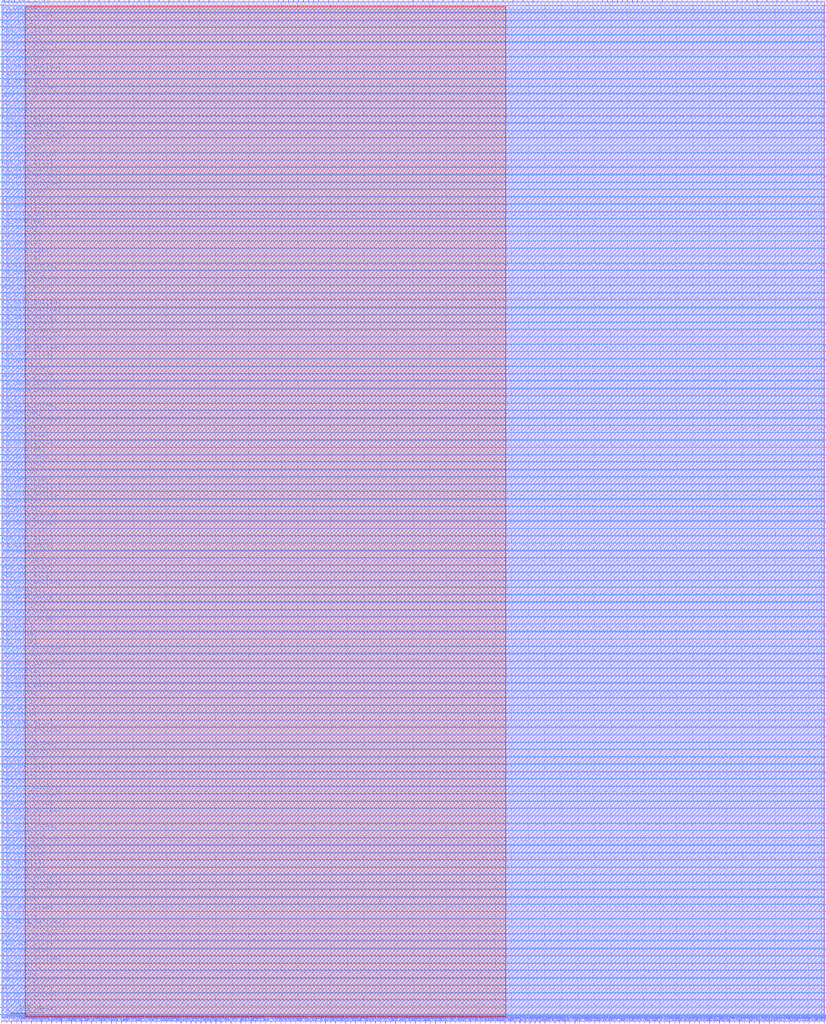
<source format=lef>
VERSION 5.7 ;
  NOWIREEXTENSIONATPIN ON ;
  DIVIDERCHAR "/" ;
  BUSBITCHARS "[]" ;
MACRO top
  CLASS BLOCK ;
  FOREIGN top ;
  ORIGIN 0.000 0.000 ;
  SIZE 2500.000 BY 3100.000 ;
  PIN io_in[0]
    DIRECTION INPUT ;
    USE SIGNAL ;
    PORT
      LAYER met2 ;
        RECT 2255.790 -4.800 2256.350 2.400 ;
    END
  END io_in[0]
  PIN io_in[10]
    DIRECTION INPUT ;
    USE SIGNAL ;
    PORT
      LAYER met2 ;
        RECT 136.110 -4.800 136.670 2.400 ;
    END
  END io_in[10]
  PIN io_in[11]
    DIRECTION INPUT ;
    USE SIGNAL ;
    PORT
      LAYER met3 ;
        RECT 2497.600 1229.180 2504.800 1230.380 ;
    END
  END io_in[11]
  PIN io_in[12]
    DIRECTION INPUT ;
    USE SIGNAL ;
    PORT
      LAYER met3 ;
        RECT -4.800 738.220 2.400 739.420 ;
    END
  END io_in[12]
  PIN io_in[13]
    DIRECTION INPUT ;
    USE SIGNAL ;
    PORT
      LAYER met2 ;
        RECT 946.630 3097.600 947.190 3104.800 ;
    END
  END io_in[13]
  PIN io_in[14]
    DIRECTION INPUT ;
    USE SIGNAL ;
    PORT
      LAYER met3 ;
        RECT 2497.600 1945.900 2504.800 1947.100 ;
    END
  END io_in[14]
  PIN io_in[15]
    DIRECTION INPUT ;
    USE SIGNAL ;
    PORT
      LAYER met2 ;
        RECT 826.110 3097.600 826.670 3104.800 ;
    END
  END io_in[15]
  PIN io_in[16]
    DIRECTION INPUT ;
    USE SIGNAL ;
    PORT
      LAYER met3 ;
        RECT -4.800 357.420 2.400 358.620 ;
    END
  END io_in[16]
  PIN io_in[17]
    DIRECTION INPUT ;
    USE SIGNAL ;
    PORT
      LAYER met3 ;
        RECT 2497.600 2953.660 2504.800 2954.860 ;
    END
  END io_in[17]
  PIN io_in[18]
    DIRECTION INPUT ;
    USE SIGNAL ;
    PORT
      LAYER met3 ;
        RECT -4.800 1140.780 2.400 1141.980 ;
    END
  END io_in[18]
  PIN io_in[19]
    DIRECTION INPUT ;
    USE SIGNAL ;
    PORT
      LAYER met2 ;
        RECT 1022.990 3097.600 1023.550 3104.800 ;
    END
  END io_in[19]
  PIN io_in[1]
    DIRECTION INPUT ;
    USE SIGNAL ;
    PORT
      LAYER met2 ;
        RECT 211.550 -4.800 212.110 2.400 ;
    END
  END io_in[1]
  PIN io_in[20]
    DIRECTION INPUT ;
    USE SIGNAL ;
    PORT
      LAYER met2 ;
        RECT 749.750 3097.600 750.310 3104.800 ;
    END
  END io_in[20]
  PIN io_in[21]
    DIRECTION INPUT ;
    USE SIGNAL ;
    PORT
      LAYER met2 ;
        RECT 871.190 3097.600 871.750 3104.800 ;
    END
  END io_in[21]
  PIN io_in[22]
    DIRECTION INPUT ;
    USE SIGNAL ;
    PORT
      LAYER met3 ;
        RECT -4.800 312.540 2.400 313.740 ;
    END
  END io_in[22]
  PIN io_in[23]
    DIRECTION INPUT ;
    USE SIGNAL ;
    PORT
      LAYER met3 ;
        RECT -4.800 849.740 2.400 850.940 ;
    END
  END io_in[23]
  PIN io_in[24]
    DIRECTION INPUT ;
    USE SIGNAL ;
    PORT
      LAYER met3 ;
        RECT 2497.600 2236.940 2504.800 2238.140 ;
    END
  END io_in[24]
  PIN io_in[25]
    DIRECTION INPUT ;
    USE SIGNAL ;
    PORT
      LAYER met2 ;
        RECT 250.190 3097.600 250.750 3104.800 ;
    END
  END io_in[25]
  PIN io_in[26]
    DIRECTION INPUT ;
    USE SIGNAL ;
    PORT
      LAYER met2 ;
        RECT 1628.350 3097.600 1628.910 3104.800 ;
    END
  END io_in[26]
  PIN io_in[27]
    DIRECTION INPUT ;
    USE SIGNAL ;
    PORT
      LAYER met2 ;
        RECT 795.750 3097.600 796.310 3104.800 ;
    END
  END io_in[27]
  PIN io_in[28]
    DIRECTION INPUT ;
    USE SIGNAL ;
    PORT
      LAYER met3 ;
        RECT -4.800 133.020 2.400 134.220 ;
    END
  END io_in[28]
  PIN io_in[29]
    DIRECTION INPUT ;
    USE SIGNAL ;
    PORT
      LAYER met2 ;
        RECT 1219.870 3097.600 1220.430 3104.800 ;
    END
  END io_in[29]
  PIN io_in[2]
    DIRECTION INPUT ;
    USE SIGNAL ;
    PORT
      LAYER met3 ;
        RECT -4.800 2775.500 2.400 2776.700 ;
    END
  END io_in[2]
  PIN io_in[30]
    DIRECTION INPUT ;
    USE SIGNAL ;
    PORT
      LAYER met2 ;
        RECT 983.430 -4.800 983.990 2.400 ;
    END
  END io_in[30]
  PIN io_in[31]
    DIRECTION INPUT ;
    USE SIGNAL ;
    PORT
      LAYER met3 ;
        RECT -4.800 984.380 2.400 985.580 ;
    END
  END io_in[31]
  PIN io_in[32]
    DIRECTION INPUT ;
    USE SIGNAL ;
    PORT
      LAYER met2 ;
        RECT 1749.790 3097.600 1750.350 3104.800 ;
    END
  END io_in[32]
  PIN io_in[33]
    DIRECTION INPUT ;
    USE SIGNAL ;
    PORT
      LAYER met2 ;
        RECT 1522.550 3097.600 1523.110 3104.800 ;
    END
  END io_in[33]
  PIN io_in[34]
    DIRECTION INPUT ;
    USE SIGNAL ;
    PORT
      LAYER met2 ;
        RECT 696.390 -4.800 696.950 2.400 ;
    END
  END io_in[34]
  PIN io_in[35]
    DIRECTION INPUT ;
    USE SIGNAL ;
    PORT
      LAYER met3 ;
        RECT 2497.600 1967.660 2504.800 1968.860 ;
    END
  END io_in[35]
  PIN io_in[36]
    DIRECTION INPUT ;
    USE SIGNAL ;
    PORT
      LAYER met3 ;
        RECT -4.800 1162.540 2.400 1163.740 ;
    END
  END io_in[36]
  PIN io_in[37]
    DIRECTION INPUT ;
    USE SIGNAL ;
    PORT
      LAYER met2 ;
        RECT 2135.270 -4.800 2135.830 2.400 ;
    END
  END io_in[37]
  PIN io_in[3]
    DIRECTION INPUT ;
    USE SIGNAL ;
    PORT
      LAYER met3 ;
        RECT -4.800 1185.660 2.400 1186.860 ;
    END
  END io_in[3]
  PIN io_in[4]
    DIRECTION INPUT ;
    USE SIGNAL ;
    PORT
      LAYER met2 ;
        RECT 2370.790 3097.600 2371.350 3104.800 ;
    END
  END io_in[4]
  PIN io_in[5]
    DIRECTION INPUT ;
    USE SIGNAL ;
    PORT
      LAYER met3 ;
        RECT 2497.600 154.780 2504.800 155.980 ;
    END
  END io_in[5]
  PIN io_in[6]
    DIRECTION INPUT ;
    USE SIGNAL ;
    PORT
      LAYER met3 ;
        RECT 2497.600 1721.500 2504.800 1722.700 ;
    END
  END io_in[6]
  PIN io_in[7]
    DIRECTION INPUT ;
    USE SIGNAL ;
    PORT
      LAYER met3 ;
        RECT -4.800 1879.260 2.400 1880.460 ;
    END
  END io_in[7]
  PIN io_in[8]
    DIRECTION INPUT ;
    USE SIGNAL ;
    PORT
      LAYER met2 ;
        RECT 1279.670 3097.600 1280.230 3104.800 ;
    END
  END io_in[8]
  PIN io_in[9]
    DIRECTION INPUT ;
    USE SIGNAL ;
    PORT
      LAYER met3 ;
        RECT -4.800 2193.420 2.400 2194.620 ;
    END
  END io_in[9]
  PIN io_oeb[0]
    DIRECTION OUTPUT TRISTATE ;
    USE SIGNAL ;
    PORT
      LAYER met3 ;
        RECT 2497.600 938.140 2504.800 939.340 ;
    END
  END io_oeb[0]
  PIN io_oeb[10]
    DIRECTION OUTPUT TRISTATE ;
    USE SIGNAL ;
    PORT
      LAYER met3 ;
        RECT 2497.600 871.500 2504.800 872.700 ;
    END
  END io_oeb[10]
  PIN io_oeb[11]
    DIRECTION OUTPUT TRISTATE ;
    USE SIGNAL ;
    PORT
      LAYER met2 ;
        RECT 1552.910 3097.600 1553.470 3104.800 ;
    END
  END io_oeb[11]
  PIN io_oeb[12]
    DIRECTION OUTPUT TRISTATE ;
    USE SIGNAL ;
    PORT
      LAYER met2 ;
        RECT 976.990 3097.600 977.550 3104.800 ;
    END
  END io_oeb[12]
  PIN io_oeb[13]
    DIRECTION OUTPUT TRISTATE ;
    USE SIGNAL ;
    PORT
      LAYER met2 ;
        RECT 1711.150 -4.800 1711.710 2.400 ;
    END
  END io_oeb[13]
  PIN io_oeb[14]
    DIRECTION OUTPUT TRISTATE ;
    USE SIGNAL ;
    PORT
      LAYER met2 ;
        RECT 568.510 3097.600 569.070 3104.800 ;
    END
  END io_oeb[14]
  PIN io_oeb[15]
    DIRECTION OUTPUT TRISTATE ;
    USE SIGNAL ;
    PORT
      LAYER met3 ;
        RECT 2497.600 959.900 2504.800 961.100 ;
    END
  END io_oeb[15]
  PIN io_oeb[16]
    DIRECTION OUTPUT TRISTATE ;
    USE SIGNAL ;
    PORT
      LAYER met2 ;
        RECT 1574.070 -4.800 1574.630 2.400 ;
    END
  END io_oeb[16]
  PIN io_oeb[17]
    DIRECTION OUTPUT TRISTATE ;
    USE SIGNAL ;
    PORT
      LAYER met2 ;
        RECT 174.750 3097.600 175.310 3104.800 ;
    END
  END io_oeb[17]
  PIN io_oeb[18]
    DIRECTION OUTPUT TRISTATE ;
    USE SIGNAL ;
    PORT
      LAYER met2 ;
        RECT 219.830 3097.600 220.390 3104.800 ;
    END
  END io_oeb[18]
  PIN io_oeb[19]
    DIRECTION OUTPUT TRISTATE ;
    USE SIGNAL ;
    PORT
      LAYER met3 ;
        RECT -4.800 1029.260 2.400 1030.460 ;
    END
  END io_oeb[19]
  PIN io_oeb[1]
    DIRECTION OUTPUT TRISTATE ;
    USE SIGNAL ;
    PORT
      LAYER met2 ;
        RECT 1559.350 -4.800 1559.910 2.400 ;
    END
  END io_oeb[1]
  PIN io_oeb[20]
    DIRECTION OUTPUT TRISTATE ;
    USE SIGNAL ;
    PORT
      LAYER met2 ;
        RECT 583.230 3097.600 583.790 3104.800 ;
    END
  END io_oeb[20]
  PIN io_oeb[21]
    DIRECTION OUTPUT TRISTATE ;
    USE SIGNAL ;
    PORT
      LAYER met2 ;
        RECT 1764.510 3097.600 1765.070 3104.800 ;
    END
  END io_oeb[21]
  PIN io_oeb[22]
    DIRECTION OUTPUT TRISTATE ;
    USE SIGNAL ;
    PORT
      LAYER met3 ;
        RECT -4.800 603.580 2.400 604.780 ;
    END
  END io_oeb[22]
  PIN io_oeb[23]
    DIRECTION OUTPUT TRISTATE ;
    USE SIGNAL ;
    PORT
      LAYER met3 ;
        RECT 2497.600 1117.660 2504.800 1118.860 ;
    END
  END io_oeb[23]
  PIN io_oeb[24]
    DIRECTION OUTPUT TRISTATE ;
    USE SIGNAL ;
    PORT
      LAYER met3 ;
        RECT 2497.600 3065.180 2504.800 3066.380 ;
    END
  END io_oeb[24]
  PIN io_oeb[25]
    DIRECTION OUTPUT TRISTATE ;
    USE SIGNAL ;
    PORT
      LAYER met3 ;
        RECT -4.800 2640.860 2.400 2642.060 ;
    END
  END io_oeb[25]
  PIN io_oeb[26]
    DIRECTION OUTPUT TRISTATE ;
    USE SIGNAL ;
    PORT
      LAYER met2 ;
        RECT 432.350 3097.600 432.910 3104.800 ;
    END
  END io_oeb[26]
  PIN io_oeb[27]
    DIRECTION OUTPUT TRISTATE ;
    USE SIGNAL ;
    PORT
      LAYER met3 ;
        RECT -4.800 43.260 2.400 44.460 ;
    END
  END io_oeb[27]
  PIN io_oeb[28]
    DIRECTION OUTPUT TRISTATE ;
    USE SIGNAL ;
    PORT
      LAYER met2 ;
        RECT 1583.270 3097.600 1583.830 3104.800 ;
    END
  END io_oeb[28]
  PIN io_oeb[29]
    DIRECTION OUTPUT TRISTATE ;
    USE SIGNAL ;
    PORT
      LAYER met3 ;
        RECT 2497.600 2213.820 2504.800 2215.020 ;
    END
  END io_oeb[29]
  PIN io_oeb[2]
    DIRECTION OUTPUT TRISTATE ;
    USE SIGNAL ;
    PORT
      LAYER met3 ;
        RECT 2497.600 2639.500 2504.800 2640.700 ;
    END
  END io_oeb[2]
  PIN io_oeb[30]
    DIRECTION OUTPUT TRISTATE ;
    USE SIGNAL ;
    PORT
      LAYER met2 ;
        RECT 1437.910 -4.800 1438.470 2.400 ;
    END
  END io_oeb[30]
  PIN io_oeb[31]
    DIRECTION OUTPUT TRISTATE ;
    USE SIGNAL ;
    PORT
      LAYER met3 ;
        RECT -4.800 2976.780 2.400 2977.980 ;
    END
  END io_oeb[31]
  PIN io_oeb[32]
    DIRECTION OUTPUT TRISTATE ;
    USE SIGNAL ;
    PORT
      LAYER met2 ;
        RECT 461.790 3097.600 462.350 3104.800 ;
    END
  END io_oeb[32]
  PIN io_oeb[33]
    DIRECTION OUTPUT TRISTATE ;
    USE SIGNAL ;
    PORT
      LAYER met2 ;
        RECT 264.910 3097.600 265.470 3104.800 ;
    END
  END io_oeb[33]
  PIN io_oeb[34]
    DIRECTION OUTPUT TRISTATE ;
    USE SIGNAL ;
    PORT
      LAYER met2 ;
        RECT 598.870 3097.600 599.430 3104.800 ;
    END
  END io_oeb[34]
  PIN io_oeb[35]
    DIRECTION OUTPUT TRISTATE ;
    USE SIGNAL ;
    PORT
      LAYER met3 ;
        RECT -4.800 1834.380 2.400 1835.580 ;
    END
  END io_oeb[35]
  PIN io_oeb[36]
    DIRECTION OUTPUT TRISTATE ;
    USE SIGNAL ;
    PORT
      LAYER met2 ;
        RECT 1029.430 -4.800 1029.990 2.400 ;
    END
  END io_oeb[36]
  PIN io_oeb[37]
    DIRECTION OUTPUT TRISTATE ;
    USE SIGNAL ;
    PORT
      LAYER met3 ;
        RECT -4.800 2484.460 2.400 2485.660 ;
    END
  END io_oeb[37]
  PIN io_oeb[3]
    DIRECTION OUTPUT TRISTATE ;
    USE SIGNAL ;
    PORT
      LAYER met2 ;
        RECT 1946.670 3097.600 1947.230 3104.800 ;
    END
  END io_oeb[3]
  PIN io_oeb[4]
    DIRECTION OUTPUT TRISTATE ;
    USE SIGNAL ;
    PORT
      LAYER met2 ;
        RECT 1165.590 -4.800 1166.150 2.400 ;
    END
  END io_oeb[4]
  PIN io_oeb[5]
    DIRECTION OUTPUT TRISTATE ;
    USE SIGNAL ;
    PORT
      LAYER met3 ;
        RECT -4.800 916.380 2.400 917.580 ;
    END
  END io_oeb[5]
  PIN io_oeb[6]
    DIRECTION OUTPUT TRISTATE ;
    USE SIGNAL ;
    PORT
      LAYER met2 ;
        RECT 1839.950 3097.600 1840.510 3104.800 ;
    END
  END io_oeb[6]
  PIN io_oeb[7]
    DIRECTION OUTPUT TRISTATE ;
    USE SIGNAL ;
    PORT
      LAYER met2 ;
        RECT 2415.870 3097.600 2416.430 3104.800 ;
    END
  END io_oeb[7]
  PIN io_oeb[8]
    DIRECTION OUTPUT TRISTATE ;
    USE SIGNAL ;
    PORT
      LAYER met3 ;
        RECT -4.800 2394.700 2.400 2395.900 ;
    END
  END io_oeb[8]
  PIN io_oeb[9]
    DIRECTION OUTPUT TRISTATE ;
    USE SIGNAL ;
    PORT
      LAYER met2 ;
        RECT 401.990 3097.600 402.550 3104.800 ;
    END
  END io_oeb[9]
  PIN io_out[0]
    DIRECTION OUTPUT TRISTATE ;
    USE SIGNAL ;
    PORT
      LAYER met2 ;
        RECT 144.390 3097.600 144.950 3104.800 ;
    END
  END io_out[0]
  PIN io_out[10]
    DIRECTION OUTPUT TRISTATE ;
    USE SIGNAL ;
    PORT
      LAYER met2 ;
        RECT 2355.150 3097.600 2355.710 3104.800 ;
    END
  END io_out[10]
  PIN io_out[11]
    DIRECTION OUTPUT TRISTATE ;
    USE SIGNAL ;
    PORT
      LAYER met3 ;
        RECT -4.800 1543.340 2.400 1544.540 ;
    END
  END io_out[11]
  PIN io_out[12]
    DIRECTION OUTPUT TRISTATE ;
    USE SIGNAL ;
    PORT
      LAYER met3 ;
        RECT 2497.600 2863.900 2504.800 2865.100 ;
    END
  END io_out[12]
  PIN io_out[13]
    DIRECTION OUTPUT TRISTATE ;
    USE SIGNAL ;
    PORT
      LAYER met3 ;
        RECT -4.800 1095.900 2.400 1097.100 ;
    END
  END io_out[13]
  PIN io_out[14]
    DIRECTION OUTPUT TRISTATE ;
    USE SIGNAL ;
    PORT
      LAYER met2 ;
        RECT 302.630 -4.800 303.190 2.400 ;
    END
  END io_out[14]
  PIN io_out[15]
    DIRECTION OUTPUT TRISTATE ;
    USE SIGNAL ;
    PORT
      LAYER met3 ;
        RECT 2497.600 2348.460 2504.800 2349.660 ;
    END
  END io_out[15]
  PIN io_out[16]
    DIRECTION OUTPUT TRISTATE ;
    USE SIGNAL ;
    PORT
      LAYER met3 ;
        RECT 2497.600 512.460 2504.800 513.660 ;
    END
  END io_out[16]
  PIN io_out[17]
    DIRECTION OUTPUT TRISTATE ;
    USE SIGNAL ;
    PORT
      LAYER met3 ;
        RECT 2497.600 1922.780 2504.800 1923.980 ;
    END
  END io_out[17]
  PIN io_out[18]
    DIRECTION OUTPUT TRISTATE ;
    USE SIGNAL ;
    PORT
      LAYER met3 ;
        RECT 2497.600 2751.020 2504.800 2752.220 ;
    END
  END io_out[18]
  PIN io_out[19]
    DIRECTION OUTPUT TRISTATE ;
    USE SIGNAL ;
    PORT
      LAYER met3 ;
        RECT 2497.600 2371.580 2504.800 2372.780 ;
    END
  END io_out[19]
  PIN io_out[1]
    DIRECTION OUTPUT TRISTATE ;
    USE SIGNAL ;
    PORT
      LAYER met2 ;
        RECT 272.270 -4.800 272.830 2.400 ;
    END
  END io_out[1]
  PIN io_out[20]
    DIRECTION OUTPUT TRISTATE ;
    USE SIGNAL ;
    PORT
      LAYER met2 ;
        RECT 1770.950 -4.800 1771.510 2.400 ;
    END
  END io_out[20]
  PIN io_out[21]
    DIRECTION OUTPUT TRISTATE ;
    USE SIGNAL ;
    PORT
      LAYER met2 ;
        RECT 114.030 3097.600 114.590 3104.800 ;
    END
  END io_out[21]
  PIN io_out[22]
    DIRECTION OUTPUT TRISTATE ;
    USE SIGNAL ;
    PORT
      LAYER met2 ;
        RECT 2195.070 -4.800 2195.630 2.400 ;
    END
  END io_out[22]
  PIN io_out[23]
    DIRECTION OUTPUT TRISTATE ;
    USE SIGNAL ;
    PORT
      LAYER met2 ;
        RECT 1287.030 -4.800 1287.590 2.400 ;
    END
  END io_out[23]
  PIN io_out[24]
    DIRECTION OUTPUT TRISTATE ;
    USE SIGNAL ;
    PORT
      LAYER met3 ;
        RECT 2497.600 109.900 2504.800 111.100 ;
    END
  END io_out[24]
  PIN io_out[25]
    DIRECTION OUTPUT TRISTATE ;
    USE SIGNAL ;
    PORT
      LAYER met3 ;
        RECT -4.800 2304.940 2.400 2306.140 ;
    END
  END io_out[25]
  PIN io_out[26]
    DIRECTION OUTPUT TRISTATE ;
    USE SIGNAL ;
    PORT
      LAYER met2 ;
        RECT 629.230 3097.600 629.790 3104.800 ;
    END
  END io_out[26]
  PIN io_out[27]
    DIRECTION OUTPUT TRISTATE ;
    USE SIGNAL ;
    PORT
      LAYER met2 ;
        RECT 2316.510 -4.800 2317.070 2.400 ;
    END
  END io_out[27]
  PIN io_out[28]
    DIRECTION OUTPUT TRISTATE ;
    USE SIGNAL ;
    PORT
      LAYER met3 ;
        RECT 2497.600 1609.980 2504.800 1611.180 ;
    END
  END io_out[28]
  PIN io_out[29]
    DIRECTION OUTPUT TRISTATE ;
    USE SIGNAL ;
    PORT
      LAYER met2 ;
        RECT 544.590 -4.800 545.150 2.400 ;
    END
  END io_out[29]
  PIN io_out[2]
    DIRECTION OUTPUT TRISTATE ;
    USE SIGNAL ;
    PORT
      LAYER met2 ;
        RECT 2401.150 3097.600 2401.710 3104.800 ;
    END
  END io_out[2]
  PIN io_out[30]
    DIRECTION OUTPUT TRISTATE ;
    USE SIGNAL ;
    PORT
      LAYER met2 ;
        RECT 726.750 -4.800 727.310 2.400 ;
    END
  END io_out[30]
  PIN io_out[31]
    DIRECTION OUTPUT TRISTATE ;
    USE SIGNAL ;
    PORT
      LAYER met3 ;
        RECT 2497.600 2706.140 2504.800 2707.340 ;
    END
  END io_out[31]
  PIN io_out[32]
    DIRECTION OUTPUT TRISTATE ;
    USE SIGNAL ;
    PORT
      LAYER met2 ;
        RECT 2089.270 -4.800 2089.830 2.400 ;
    END
  END io_out[32]
  PIN io_out[33]
    DIRECTION OUTPUT TRISTATE ;
    USE SIGNAL ;
    PORT
      LAYER met3 ;
        RECT 2497.600 2281.820 2504.800 2283.020 ;
    END
  END io_out[33]
  PIN io_out[34]
    DIRECTION OUTPUT TRISTATE ;
    USE SIGNAL ;
    PORT
      LAYER met2 ;
        RECT 2476.590 3097.600 2477.150 3104.800 ;
    END
  END io_out[34]
  PIN io_out[35]
    DIRECTION OUTPUT TRISTATE ;
    USE SIGNAL ;
    PORT
      LAYER met3 ;
        RECT 2497.600 2012.540 2504.800 2013.740 ;
    END
  END io_out[35]
  PIN io_out[36]
    DIRECTION OUTPUT TRISTATE ;
    USE SIGNAL ;
    PORT
      LAYER met2 ;
        RECT 613.590 3097.600 614.150 3104.800 ;
    END
  END io_out[36]
  PIN io_out[37]
    DIRECTION OUTPUT TRISTATE ;
    USE SIGNAL ;
    PORT
      LAYER met2 ;
        RECT 2074.550 -4.800 2075.110 2.400 ;
    END
  END io_out[37]
  PIN io_out[3]
    DIRECTION OUTPUT TRISTATE ;
    USE SIGNAL ;
    PORT
      LAYER met3 ;
        RECT -4.800 1656.220 2.400 1657.420 ;
    END
  END io_out[3]
  PIN io_out[4]
    DIRECTION OUTPUT TRISTATE ;
    USE SIGNAL ;
    PORT
      LAYER met3 ;
        RECT 2497.600 65.020 2504.800 66.220 ;
    END
  END io_out[4]
  PIN io_out[5]
    DIRECTION OUTPUT TRISTATE ;
    USE SIGNAL ;
    PORT
      LAYER met3 ;
        RECT 2497.600 1833.020 2504.800 1834.220 ;
    END
  END io_out[5]
  PIN io_out[6]
    DIRECTION OUTPUT TRISTATE ;
    USE SIGNAL ;
    PORT
      LAYER met2 ;
        RECT 1340.390 3097.600 1340.950 3104.800 ;
    END
  END io_out[6]
  PIN io_out[7]
    DIRECTION OUTPUT TRISTATE ;
    USE SIGNAL ;
    PORT
      LAYER met3 ;
        RECT -4.800 783.100 2.400 784.300 ;
    END
  END io_out[7]
  PIN io_out[8]
    DIRECTION OUTPUT TRISTATE ;
    USE SIGNAL ;
    PORT
      LAYER met2 ;
        RECT 1113.150 3097.600 1113.710 3104.800 ;
    END
  END io_out[8]
  PIN io_out[9]
    DIRECTION OUTPUT TRISTATE ;
    USE SIGNAL ;
    PORT
      LAYER met2 ;
        RECT 128.750 3097.600 129.310 3104.800 ;
    END
  END io_out[9]
  PIN irq[0]
    DIRECTION OUTPUT TRISTATE ;
    USE SIGNAL ;
    PORT
      LAYER met2 ;
        RECT 741.470 -4.800 742.030 2.400 ;
    END
  END irq[0]
  PIN irq[1]
    DIRECTION OUTPUT TRISTATE ;
    USE SIGNAL ;
    PORT
      LAYER met3 ;
        RECT 2497.600 1094.540 2504.800 1095.740 ;
    END
  END irq[1]
  PIN irq[2]
    DIRECTION OUTPUT TRISTATE ;
    USE SIGNAL ;
    PORT
      LAYER met2 ;
        RECT 2007.390 3097.600 2007.950 3104.800 ;
    END
  END irq[2]
  PIN la_data_in[0]
    DIRECTION INPUT ;
    USE SIGNAL ;
    PORT
      LAYER met3 ;
        RECT 2497.600 1453.580 2504.800 1454.780 ;
    END
  END la_data_in[0]
  PIN la_data_in[100]
    DIRECTION INPUT ;
    USE SIGNAL ;
    PORT
      LAYER met3 ;
        RECT 2497.600 691.980 2504.800 693.180 ;
    END
  END la_data_in[100]
  PIN la_data_in[101]
    DIRECTION INPUT ;
    USE SIGNAL ;
    PORT
      LAYER met2 ;
        RECT 1189.510 3097.600 1190.070 3104.800 ;
    END
  END la_data_in[101]
  PIN la_data_in[102]
    DIRECTION INPUT ;
    USE SIGNAL ;
    PORT
      LAYER met2 ;
        RECT 538.150 3097.600 538.710 3104.800 ;
    END
  END la_data_in[102]
  PIN la_data_in[103]
    DIRECTION INPUT ;
    USE SIGNAL ;
    PORT
      LAYER met3 ;
        RECT 2497.600 2819.020 2504.800 2820.220 ;
    END
  END la_data_in[103]
  PIN la_data_in[104]
    DIRECTION INPUT ;
    USE SIGNAL ;
    PORT
      LAYER met3 ;
        RECT -4.800 2551.100 2.400 2552.300 ;
    END
  END la_data_in[104]
  PIN la_data_in[105]
    DIRECTION INPUT ;
    USE SIGNAL ;
    PORT
      LAYER met3 ;
        RECT 2497.600 1856.140 2504.800 1857.340 ;
    END
  END la_data_in[105]
  PIN la_data_in[106]
    DIRECTION INPUT ;
    USE SIGNAL ;
    PORT
      LAYER met3 ;
        RECT 2497.600 86.780 2504.800 87.980 ;
    END
  END la_data_in[106]
  PIN la_data_in[107]
    DIRECTION INPUT ;
    USE SIGNAL ;
    PORT
      LAYER met2 ;
        RECT 1431.470 3097.600 1432.030 3104.800 ;
    END
  END la_data_in[107]
  PIN la_data_in[108]
    DIRECTION INPUT ;
    USE SIGNAL ;
    PORT
      LAYER met3 ;
        RECT 2497.600 625.340 2504.800 626.540 ;
    END
  END la_data_in[108]
  PIN la_data_in[109]
    DIRECTION INPUT ;
    USE SIGNAL ;
    PORT
      LAYER met2 ;
        RECT 1825.230 3097.600 1825.790 3104.800 ;
    END
  END la_data_in[109]
  PIN la_data_in[10]
    DIRECTION INPUT ;
    USE SIGNAL ;
    PORT
      LAYER met3 ;
        RECT -4.800 2617.740 2.400 2618.940 ;
    END
  END la_data_in[10]
  PIN la_data_in[110]
    DIRECTION INPUT ;
    USE SIGNAL ;
    PORT
      LAYER met2 ;
        RECT 75.390 -4.800 75.950 2.400 ;
    END
  END la_data_in[110]
  PIN la_data_in[111]
    DIRECTION INPUT ;
    USE SIGNAL ;
    PORT
      LAYER met3 ;
        RECT 2497.600 1877.900 2504.800 1879.100 ;
    END
  END la_data_in[111]
  PIN la_data_in[112]
    DIRECTION INPUT ;
    USE SIGNAL ;
    PORT
      LAYER met3 ;
        RECT -4.800 2662.620 2.400 2663.820 ;
    END
  END la_data_in[112]
  PIN la_data_in[113]
    DIRECTION INPUT ;
    USE SIGNAL ;
    PORT
      LAYER met3 ;
        RECT 2497.600 266.300 2504.800 267.500 ;
    END
  END la_data_in[113]
  PIN la_data_in[114]
    DIRECTION INPUT ;
    USE SIGNAL ;
    PORT
      LAYER met2 ;
        RECT 1885.950 3097.600 1886.510 3104.800 ;
    END
  END la_data_in[114]
  PIN la_data_in[115]
    DIRECTION INPUT ;
    USE SIGNAL ;
    PORT
      LAYER met2 ;
        RECT 560.230 -4.800 560.790 2.400 ;
    END
  END la_data_in[115]
  PIN la_data_in[116]
    DIRECTION INPUT ;
    USE SIGNAL ;
    PORT
      LAYER met2 ;
        RECT 1013.790 -4.800 1014.350 2.400 ;
    END
  END la_data_in[116]
  PIN la_data_in[117]
    DIRECTION INPUT ;
    USE SIGNAL ;
    PORT
      LAYER met2 ;
        RECT 1098.430 3097.600 1098.990 3104.800 ;
    END
  END la_data_in[117]
  PIN la_data_in[118]
    DIRECTION INPUT ;
    USE SIGNAL ;
    PORT
      LAYER met2 ;
        RECT 2036.830 3097.600 2037.390 3104.800 ;
    END
  END la_data_in[118]
  PIN la_data_in[119]
    DIRECTION INPUT ;
    USE SIGNAL ;
    PORT
      LAYER met3 ;
        RECT 2497.600 1766.380 2504.800 1767.580 ;
    END
  END la_data_in[119]
  PIN la_data_in[11]
    DIRECTION INPUT ;
    USE SIGNAL ;
    PORT
      LAYER met3 ;
        RECT -4.800 2439.580 2.400 2440.780 ;
    END
  END la_data_in[11]
  PIN la_data_in[120]
    DIRECTION INPUT ;
    USE SIGNAL ;
    PORT
      LAYER met2 ;
        RECT 1734.150 3097.600 1734.710 3104.800 ;
    END
  END la_data_in[120]
  PIN la_data_in[121]
    DIRECTION INPUT ;
    USE SIGNAL ;
    PORT
      LAYER met2 ;
        RECT 2241.070 -4.800 2241.630 2.400 ;
    END
  END la_data_in[121]
  PIN la_data_in[122]
    DIRECTION INPUT ;
    USE SIGNAL ;
    PORT
      LAYER met2 ;
        RECT 280.550 3097.600 281.110 3104.800 ;
    END
  END la_data_in[122]
  PIN la_data_in[123]
    DIRECTION INPUT ;
    USE SIGNAL ;
    PORT
      LAYER met2 ;
        RECT 2346.870 -4.800 2347.430 2.400 ;
    END
  END la_data_in[123]
  PIN la_data_in[124]
    DIRECTION INPUT ;
    USE SIGNAL ;
    PORT
      LAYER met2 ;
        RECT 371.630 3097.600 372.190 3104.800 ;
    END
  END la_data_in[124]
  PIN la_data_in[125]
    DIRECTION INPUT ;
    USE SIGNAL ;
    PORT
      LAYER met3 ;
        RECT -4.800 871.500 2.400 872.700 ;
    END
  END la_data_in[125]
  PIN la_data_in[126]
    DIRECTION INPUT ;
    USE SIGNAL ;
    PORT
      LAYER met2 ;
        RECT 1756.230 -4.800 1756.790 2.400 ;
    END
  END la_data_in[126]
  PIN la_data_in[127]
    DIRECTION INPUT ;
    USE SIGNAL ;
    PORT
      LAYER met3 ;
        RECT -4.800 1812.620 2.400 1813.820 ;
    END
  END la_data_in[127]
  PIN la_data_in[12]
    DIRECTION INPUT ;
    USE SIGNAL ;
    PORT
      LAYER met3 ;
        RECT -4.800 1521.580 2.400 1522.780 ;
    END
  END la_data_in[12]
  PIN la_data_in[13]
    DIRECTION INPUT ;
    USE SIGNAL ;
    PORT
      LAYER met2 ;
        RECT 2044.190 -4.800 2044.750 2.400 ;
    END
  END la_data_in[13]
  PIN la_data_in[14]
    DIRECTION INPUT ;
    USE SIGNAL ;
    PORT
      LAYER met3 ;
        RECT 2497.600 2168.940 2504.800 2170.140 ;
    END
  END la_data_in[14]
  PIN la_data_in[15]
    DIRECTION INPUT ;
    USE SIGNAL ;
    PORT
      LAYER met3 ;
        RECT -4.800 536.940 2.400 538.140 ;
    END
  END la_data_in[15]
  PIN la_data_in[16]
    DIRECTION INPUT ;
    USE SIGNAL ;
    PORT
      LAYER met3 ;
        RECT 2497.600 1162.540 2504.800 1163.740 ;
    END
  END la_data_in[16]
  PIN la_data_in[17]
    DIRECTION INPUT ;
    USE SIGNAL ;
    PORT
      LAYER met3 ;
        RECT -4.800 1386.940 2.400 1388.140 ;
    END
  END la_data_in[17]
  PIN la_data_in[18]
    DIRECTION INPUT ;
    USE SIGNAL ;
    PORT
      LAYER met3 ;
        RECT 2497.600 2572.860 2504.800 2574.060 ;
    END
  END la_data_in[18]
  PIN la_data_in[19]
    DIRECTION INPUT ;
    USE SIGNAL ;
    PORT
      LAYER met2 ;
        RECT 1931.030 3097.600 1931.590 3104.800 ;
    END
  END la_data_in[19]
  PIN la_data_in[1]
    DIRECTION INPUT ;
    USE SIGNAL ;
    PORT
      LAYER met2 ;
        RECT 574.950 -4.800 575.510 2.400 ;
    END
  END la_data_in[1]
  PIN la_data_in[20]
    DIRECTION INPUT ;
    USE SIGNAL ;
    PORT
      LAYER met2 ;
        RECT 205.110 3097.600 205.670 3104.800 ;
    END
  END la_data_in[20]
  PIN la_data_in[21]
    DIRECTION INPUT ;
    USE SIGNAL ;
    PORT
      LAYER met3 ;
        RECT -4.800 111.260 2.400 112.460 ;
    END
  END la_data_in[21]
  PIN la_data_in[22]
    DIRECTION INPUT ;
    USE SIGNAL ;
    PORT
      LAYER met2 ;
        RECT 1528.990 -4.800 1529.550 2.400 ;
    END
  END la_data_in[22]
  PIN la_data_in[23]
    DIRECTION INPUT ;
    USE SIGNAL ;
    PORT
      LAYER met3 ;
        RECT 2497.600 1520.220 2504.800 1521.420 ;
    END
  END la_data_in[23]
  PIN la_data_in[24]
    DIRECTION INPUT ;
    USE SIGNAL ;
    PORT
      LAYER met3 ;
        RECT 2497.600 400.940 2504.800 402.140 ;
    END
  END la_data_in[24]
  PIN la_data_in[25]
    DIRECTION INPUT ;
    USE SIGNAL ;
    PORT
      LAYER met3 ;
        RECT -4.800 2238.300 2.400 2239.500 ;
    END
  END la_data_in[25]
  PIN la_data_in[26]
    DIRECTION INPUT ;
    USE SIGNAL ;
    PORT
      LAYER met3 ;
        RECT 2497.600 2438.220 2504.800 2439.420 ;
    END
  END la_data_in[26]
  PIN la_data_in[27]
    DIRECTION INPUT ;
    USE SIGNAL ;
    PORT
      LAYER met3 ;
        RECT -4.800 245.900 2.400 247.100 ;
    END
  END la_data_in[27]
  PIN la_data_in[28]
    DIRECTION INPUT ;
    USE SIGNAL ;
    PORT
      LAYER met3 ;
        RECT 2497.600 1744.620 2504.800 1745.820 ;
    END
  END la_data_in[28]
  PIN la_data_in[29]
    DIRECTION INPUT ;
    USE SIGNAL ;
    PORT
      LAYER met2 ;
        RECT 1650.430 -4.800 1650.990 2.400 ;
    END
  END la_data_in[29]
  PIN la_data_in[2]
    DIRECTION INPUT ;
    USE SIGNAL ;
    PORT
      LAYER met2 ;
        RECT 1831.670 -4.800 1832.230 2.400 ;
    END
  END la_data_in[2]
  PIN la_data_in[30]
    DIRECTION INPUT ;
    USE SIGNAL ;
    PORT
      LAYER met2 ;
        RECT 2164.710 -4.800 2165.270 2.400 ;
    END
  END la_data_in[30]
  PIN la_data_in[31]
    DIRECTION INPUT ;
    USE SIGNAL ;
    PORT
      LAYER met2 ;
        RECT 1007.350 3097.600 1007.910 3104.800 ;
    END
  END la_data_in[31]
  PIN la_data_in[32]
    DIRECTION INPUT ;
    USE SIGNAL ;
    PORT
      LAYER met2 ;
        RECT 1680.790 -4.800 1681.350 2.400 ;
    END
  END la_data_in[32]
  PIN la_data_in[33]
    DIRECTION INPUT ;
    USE SIGNAL ;
    PORT
      LAYER met2 ;
        RECT 953.990 -4.800 954.550 2.400 ;
    END
  END la_data_in[33]
  PIN la_data_in[34]
    DIRECTION INPUT ;
    USE SIGNAL ;
    PORT
      LAYER met2 ;
        RECT 1234.590 3097.600 1235.150 3104.800 ;
    END
  END la_data_in[34]
  PIN la_data_in[35]
    DIRECTION INPUT ;
    USE SIGNAL ;
    PORT
      LAYER met3 ;
        RECT -4.800 2820.380 2.400 2821.580 ;
    END
  END la_data_in[35]
  PIN la_data_in[36]
    DIRECTION INPUT ;
    USE SIGNAL ;
    PORT
      LAYER met2 ;
        RECT 1991.750 3097.600 1992.310 3104.800 ;
    END
  END la_data_in[36]
  PIN la_data_in[37]
    DIRECTION INPUT ;
    USE SIGNAL ;
    PORT
      LAYER met2 ;
        RECT 2430.590 3097.600 2431.150 3104.800 ;
    END
  END la_data_in[37]
  PIN la_data_in[38]
    DIRECTION INPUT ;
    USE SIGNAL ;
    PORT
      LAYER met3 ;
        RECT 2497.600 1207.420 2504.800 1208.620 ;
    END
  END la_data_in[38]
  PIN la_data_in[39]
    DIRECTION INPUT ;
    USE SIGNAL ;
    PORT
      LAYER met2 ;
        RECT 45.030 -4.800 45.590 2.400 ;
    END
  END la_data_in[39]
  PIN la_data_in[3]
    DIRECTION INPUT ;
    USE SIGNAL ;
    PORT
      LAYER met3 ;
        RECT -4.800 1744.620 2.400 1745.820 ;
    END
  END la_data_in[3]
  PIN la_data_in[40]
    DIRECTION INPUT ;
    USE SIGNAL ;
    PORT
      LAYER met2 ;
        RECT 469.150 -4.800 469.710 2.400 ;
    END
  END la_data_in[40]
  PIN la_data_in[41]
    DIRECTION INPUT ;
    USE SIGNAL ;
    PORT
      LAYER met2 ;
        RECT 605.310 -4.800 605.870 2.400 ;
    END
  END la_data_in[41]
  PIN la_data_in[42]
    DIRECTION INPUT ;
    USE SIGNAL ;
    PORT
      LAYER met3 ;
        RECT 2497.600 1274.060 2504.800 1275.260 ;
    END
  END la_data_in[42]
  PIN la_data_in[43]
    DIRECTION INPUT ;
    USE SIGNAL ;
    PORT
      LAYER met3 ;
        RECT 2497.600 2326.700 2504.800 2327.900 ;
    END
  END la_data_in[43]
  PIN la_data_in[44]
    DIRECTION INPUT ;
    USE SIGNAL ;
    PORT
      LAYER met2 ;
        RECT 931.910 3097.600 932.470 3104.800 ;
    END
  END la_data_in[44]
  PIN la_data_in[45]
    DIRECTION INPUT ;
    USE SIGNAL ;
    PORT
      LAYER met3 ;
        RECT -4.800 580.460 2.400 581.660 ;
    END
  END la_data_in[45]
  PIN la_data_in[46]
    DIRECTION INPUT ;
    USE SIGNAL ;
    PORT
      LAYER met3 ;
        RECT -4.800 1857.500 2.400 1858.700 ;
    END
  END la_data_in[46]
  PIN la_data_in[47]
    DIRECTION INPUT ;
    USE SIGNAL ;
    PORT
      LAYER met2 ;
        RECT 1544.630 -4.800 1545.190 2.400 ;
    END
  END la_data_in[47]
  PIN la_data_in[48]
    DIRECTION INPUT ;
    USE SIGNAL ;
    PORT
      LAYER met2 ;
        RECT 1810.510 3097.600 1811.070 3104.800 ;
    END
  END la_data_in[48]
  PIN la_data_in[49]
    DIRECTION INPUT ;
    USE SIGNAL ;
    PORT
      LAYER met2 ;
        RECT 453.510 -4.800 454.070 2.400 ;
    END
  END la_data_in[49]
  PIN la_data_in[4]
    DIRECTION INPUT ;
    USE SIGNAL ;
    PORT
      LAYER met2 ;
        RECT 802.190 -4.800 802.750 2.400 ;
    END
  END la_data_in[4]
  PIN la_data_in[50]
    DIRECTION INPUT ;
    USE SIGNAL ;
    PORT
      LAYER met3 ;
        RECT -4.800 66.380 2.400 67.580 ;
    END
  END la_data_in[50]
  PIN la_data_in[51]
    DIRECTION INPUT ;
    USE SIGNAL ;
    PORT
      LAYER met2 ;
        RECT 189.470 3097.600 190.030 3104.800 ;
    END
  END la_data_in[51]
  PIN la_data_in[52]
    DIRECTION INPUT ;
    USE SIGNAL ;
    PORT
      LAYER met2 ;
        RECT 2385.510 3097.600 2386.070 3104.800 ;
    END
  END la_data_in[52]
  PIN la_data_in[53]
    DIRECTION INPUT ;
    USE SIGNAL ;
    PORT
      LAYER met3 ;
        RECT 2497.600 377.820 2504.800 379.020 ;
    END
  END la_data_in[53]
  PIN la_data_in[54]
    DIRECTION INPUT ;
    USE SIGNAL ;
    PORT
      LAYER met2 ;
        RECT 286.990 -4.800 287.550 2.400 ;
    END
  END la_data_in[54]
  PIN la_data_in[55]
    DIRECTION INPUT ;
    USE SIGNAL ;
    PORT
      LAYER met2 ;
        RECT 1090.150 -4.800 1090.710 2.400 ;
    END
  END la_data_in[55]
  PIN la_data_in[56]
    DIRECTION INPUT ;
    USE SIGNAL ;
    PORT
      LAYER met2 ;
        RECT 14.670 -4.800 15.230 2.400 ;
    END
  END la_data_in[56]
  PIN la_data_in[57]
    DIRECTION INPUT ;
    USE SIGNAL ;
    PORT
      LAYER met2 ;
        RECT 1725.870 -4.800 1726.430 2.400 ;
    END
  END la_data_in[57]
  PIN la_data_in[58]
    DIRECTION INPUT ;
    USE SIGNAL ;
    PORT
      LAYER met2 ;
        RECT 2097.550 3097.600 2098.110 3104.800 ;
    END
  END la_data_in[58]
  PIN la_data_in[59]
    DIRECTION INPUT ;
    USE SIGNAL ;
    PORT
      LAYER met2 ;
        RECT 2013.830 -4.800 2014.390 2.400 ;
    END
  END la_data_in[59]
  PIN la_data_in[5]
    DIRECTION INPUT ;
    USE SIGNAL ;
    PORT
      LAYER met3 ;
        RECT -4.800 1431.820 2.400 1433.020 ;
    END
  END la_data_in[5]
  PIN la_data_in[60]
    DIRECTION INPUT ;
    USE SIGNAL ;
    PORT
      LAYER met2 ;
        RECT 341.270 3097.600 341.830 3104.800 ;
    END
  END la_data_in[60]
  PIN la_data_in[61]
    DIRECTION INPUT ;
    USE SIGNAL ;
    PORT
      LAYER met2 ;
        RECT 483.870 -4.800 484.430 2.400 ;
    END
  END la_data_in[61]
  PIN la_data_in[62]
    DIRECTION INPUT ;
    USE SIGNAL ;
    PORT
      LAYER met3 ;
        RECT 2497.600 557.340 2504.800 558.540 ;
    END
  END la_data_in[62]
  PIN la_data_in[63]
    DIRECTION INPUT ;
    USE SIGNAL ;
    PORT
      LAYER met3 ;
        RECT -4.800 1902.380 2.400 1903.580 ;
    END
  END la_data_in[63]
  PIN la_data_in[64]
    DIRECTION INPUT ;
    USE SIGNAL ;
    PORT
      LAYER met3 ;
        RECT 2497.600 2908.780 2504.800 2909.980 ;
    END
  END la_data_in[64]
  PIN la_data_in[65]
    DIRECTION INPUT ;
    USE SIGNAL ;
    PORT
      LAYER met2 ;
        RECT 1998.190 -4.800 1998.750 2.400 ;
    END
  END la_data_in[65]
  PIN la_data_in[66]
    DIRECTION INPUT ;
    USE SIGNAL ;
    PORT
      LAYER met2 ;
        RECT 53.310 3097.600 53.870 3104.800 ;
    END
  END la_data_in[66]
  PIN la_data_in[67]
    DIRECTION INPUT ;
    USE SIGNAL ;
    PORT
      LAYER met2 ;
        RECT 1128.790 3097.600 1129.350 3104.800 ;
    END
  END la_data_in[67]
  PIN la_data_in[68]
    DIRECTION INPUT ;
    USE SIGNAL ;
    PORT
      LAYER met3 ;
        RECT -4.800 827.980 2.400 829.180 ;
    END
  END la_data_in[68]
  PIN la_data_in[69]
    DIRECTION INPUT ;
    USE SIGNAL ;
    PORT
      LAYER met3 ;
        RECT 2497.600 2192.060 2504.800 2193.260 ;
    END
  END la_data_in[69]
  PIN la_data_in[6]
    DIRECTION INPUT ;
    USE SIGNAL ;
    PORT
      LAYER met3 ;
        RECT 2497.600 1072.780 2504.800 1073.980 ;
    END
  END la_data_in[6]
  PIN la_data_in[70]
    DIRECTION INPUT ;
    USE SIGNAL ;
    PORT
      LAYER met3 ;
        RECT 2497.600 580.460 2504.800 581.660 ;
    END
  END la_data_in[70]
  PIN la_data_in[71]
    DIRECTION INPUT ;
    USE SIGNAL ;
    PORT
      LAYER met3 ;
        RECT 2497.600 356.060 2504.800 357.260 ;
    END
  END la_data_in[71]
  PIN la_data_in[72]
    DIRECTION INPUT ;
    USE SIGNAL ;
    PORT
      LAYER met2 ;
        RECT 735.030 3097.600 735.590 3104.800 ;
    END
  END la_data_in[72]
  PIN la_data_in[73]
    DIRECTION INPUT ;
    USE SIGNAL ;
    PORT
      LAYER met2 ;
        RECT 2286.150 -4.800 2286.710 2.400 ;
    END
  END la_data_in[73]
  PIN la_data_in[74]
    DIRECTION INPUT ;
    USE SIGNAL ;
    PORT
      LAYER met2 ;
        RECT 1135.230 -4.800 1135.790 2.400 ;
    END
  END la_data_in[74]
  PIN la_data_in[75]
    DIRECTION INPUT ;
    USE SIGNAL ;
    PORT
      LAYER met2 ;
        RECT 907.990 -4.800 908.550 2.400 ;
    END
  END la_data_in[75]
  PIN la_data_in[76]
    DIRECTION INPUT ;
    USE SIGNAL ;
    PORT
      LAYER met2 ;
        RECT 1120.510 -4.800 1121.070 2.400 ;
    END
  END la_data_in[76]
  PIN la_data_in[77]
    DIRECTION INPUT ;
    USE SIGNAL ;
    PORT
      LAYER met3 ;
        RECT 2497.600 1901.020 2504.800 1902.220 ;
    END
  END la_data_in[77]
  PIN la_data_in[78]
    DIRECTION INPUT ;
    USE SIGNAL ;
    PORT
      LAYER met3 ;
        RECT 2497.600 2415.100 2504.800 2416.300 ;
    END
  END la_data_in[78]
  PIN la_data_in[79]
    DIRECTION INPUT ;
    USE SIGNAL ;
    PORT
      LAYER met3 ;
        RECT 2497.600 668.860 2504.800 670.060 ;
    END
  END la_data_in[79]
  PIN la_data_in[7]
    DIRECTION INPUT ;
    USE SIGNAL ;
    PORT
      LAYER met3 ;
        RECT 2497.600 781.740 2504.800 782.940 ;
    END
  END la_data_in[7]
  PIN la_data_in[80]
    DIRECTION INPUT ;
    USE SIGNAL ;
    PORT
      LAYER met2 ;
        RECT 1892.390 -4.800 1892.950 2.400 ;
    END
  END la_data_in[80]
  PIN la_data_in[81]
    DIRECTION INPUT ;
    USE SIGNAL ;
    PORT
      LAYER met3 ;
        RECT 2497.600 803.500 2504.800 804.700 ;
    END
  END la_data_in[81]
  PIN la_data_in[82]
    DIRECTION INPUT ;
    USE SIGNAL ;
    PORT
      LAYER met3 ;
        RECT -4.800 1498.460 2.400 1499.660 ;
    END
  END la_data_in[82]
  PIN la_data_in[83]
    DIRECTION INPUT ;
    USE SIGNAL ;
    PORT
      LAYER met2 ;
        RECT 2113.190 3097.600 2113.750 3104.800 ;
    END
  END la_data_in[83]
  PIN la_data_in[84]
    DIRECTION INPUT ;
    USE SIGNAL ;
    PORT
      LAYER met3 ;
        RECT -4.800 21.500 2.400 22.700 ;
    END
  END la_data_in[84]
  PIN la_data_in[85]
    DIRECTION INPUT ;
    USE SIGNAL ;
    PORT
      LAYER met2 ;
        RECT 1082.790 3097.600 1083.350 3104.800 ;
    END
  END la_data_in[85]
  PIN la_data_in[86]
    DIRECTION INPUT ;
    USE SIGNAL ;
    PORT
      LAYER met3 ;
        RECT 2497.600 2124.060 2504.800 2125.260 ;
    END
  END la_data_in[86]
  PIN la_data_in[87]
    DIRECTION INPUT ;
    USE SIGNAL ;
    PORT
      LAYER met3 ;
        RECT -4.800 1701.100 2.400 1702.300 ;
    END
  END la_data_in[87]
  PIN la_data_in[88]
    DIRECTION INPUT ;
    USE SIGNAL ;
    PORT
      LAYER met3 ;
        RECT -4.800 2058.780 2.400 2059.980 ;
    END
  END la_data_in[88]
  PIN la_data_in[89]
    DIRECTION INPUT ;
    USE SIGNAL ;
    PORT
      LAYER met2 ;
        RECT 962.270 3097.600 962.830 3104.800 ;
    END
  END la_data_in[89]
  PIN la_data_in[8]
    DIRECTION INPUT ;
    USE SIGNAL ;
    PORT
      LAYER met2 ;
        RECT 704.670 3097.600 705.230 3104.800 ;
    END
  END la_data_in[8]
  PIN la_data_in[90]
    DIRECTION INPUT ;
    USE SIGNAL ;
    PORT
      LAYER met2 ;
        RECT 1506.910 3097.600 1507.470 3104.800 ;
    END
  END la_data_in[90]
  PIN la_data_in[91]
    DIRECTION INPUT ;
    USE SIGNAL ;
    PORT
      LAYER met2 ;
        RECT 235.470 3097.600 236.030 3104.800 ;
    END
  END la_data_in[91]
  PIN la_data_in[92]
    DIRECTION INPUT ;
    USE SIGNAL ;
    PORT
      LAYER met2 ;
        RECT 2361.590 -4.800 2362.150 2.400 ;
    END
  END la_data_in[92]
  PIN la_data_in[93]
    DIRECTION INPUT ;
    USE SIGNAL ;
    PORT
      LAYER met2 ;
        RECT 816.910 -4.800 817.470 2.400 ;
    END
  END la_data_in[93]
  PIN la_data_in[94]
    DIRECTION INPUT ;
    USE SIGNAL ;
    PORT
      LAYER met2 ;
        RECT 923.630 -4.800 924.190 2.400 ;
    END
  END la_data_in[94]
  PIN la_data_in[95]
    DIRECTION INPUT ;
    USE SIGNAL ;
    PORT
      LAYER met3 ;
        RECT 2497.600 20.140 2504.800 21.340 ;
    END
  END la_data_in[95]
  PIN la_data_in[96]
    DIRECTION INPUT ;
    USE SIGNAL ;
    PORT
      LAYER met3 ;
        RECT -4.800 1207.420 2.400 1208.620 ;
    END
  END la_data_in[96]
  PIN la_data_in[97]
    DIRECTION INPUT ;
    USE SIGNAL ;
    PORT
      LAYER met3 ;
        RECT -4.800 2953.660 2.400 2954.860 ;
    END
  END la_data_in[97]
  PIN la_data_in[98]
    DIRECTION INPUT ;
    USE SIGNAL ;
    PORT
      LAYER met3 ;
        RECT 2497.600 1318.940 2504.800 1320.140 ;
    END
  END la_data_in[98]
  PIN la_data_in[99]
    DIRECTION INPUT ;
    USE SIGNAL ;
    PORT
      LAYER met3 ;
        RECT -4.800 2283.180 2.400 2284.380 ;
    END
  END la_data_in[99]
  PIN la_data_in[9]
    DIRECTION INPUT ;
    USE SIGNAL ;
    PORT
      LAYER met2 ;
        RECT 408.430 -4.800 408.990 2.400 ;
    END
  END la_data_in[9]
  PIN la_data_out[0]
    DIRECTION OUTPUT TRISTATE ;
    USE SIGNAL ;
    PORT
      LAYER met3 ;
        RECT -4.800 2125.420 2.400 2126.620 ;
    END
  END la_data_out[0]
  PIN la_data_out[100]
    DIRECTION OUTPUT TRISTATE ;
    USE SIGNAL ;
    PORT
      LAYER met2 ;
        RECT 2324.790 3097.600 2325.350 3104.800 ;
    END
  END la_data_out[100]
  PIN la_data_out[101]
    DIRECTION OUTPUT TRISTATE ;
    USE SIGNAL ;
    PORT
      LAYER met3 ;
        RECT -4.800 2931.900 2.400 2933.100 ;
    END
  END la_data_out[101]
  PIN la_data_out[102]
    DIRECTION OUTPUT TRISTATE ;
    USE SIGNAL ;
    PORT
      LAYER met3 ;
        RECT -4.800 289.420 2.400 290.620 ;
    END
  END la_data_out[102]
  PIN la_data_out[103]
    DIRECTION OUTPUT TRISTATE ;
    USE SIGNAL ;
    PORT
      LAYER met3 ;
        RECT 2497.600 983.020 2504.800 984.220 ;
    END
  END la_data_out[103]
  PIN la_data_out[104]
    DIRECTION OUTPUT TRISTATE ;
    USE SIGNAL ;
    PORT
      LAYER met3 ;
        RECT 2497.600 1565.100 2504.800 1566.300 ;
    END
  END la_data_out[104]
  PIN la_data_out[105]
    DIRECTION OUTPUT TRISTATE ;
    USE SIGNAL ;
    PORT
      LAYER met3 ;
        RECT -4.800 1074.140 2.400 1075.340 ;
    END
  END la_data_out[105]
  PIN la_data_out[106]
    DIRECTION OUTPUT TRISTATE ;
    USE SIGNAL ;
    PORT
      LAYER met2 ;
        RECT 689.030 3097.600 689.590 3104.800 ;
    END
  END la_data_out[106]
  PIN la_data_out[107]
    DIRECTION OUTPUT TRISTATE ;
    USE SIGNAL ;
    PORT
      LAYER met2 ;
        RECT 1514.270 -4.800 1514.830 2.400 ;
    END
  END la_data_out[107]
  PIN la_data_out[108]
    DIRECTION OUTPUT TRISTATE ;
    USE SIGNAL ;
    PORT
      LAYER met3 ;
        RECT -4.800 2685.740 2.400 2686.940 ;
    END
  END la_data_out[108]
  PIN la_data_out[109]
    DIRECTION OUTPUT TRISTATE ;
    USE SIGNAL ;
    PORT
      LAYER met2 ;
        RECT 1370.750 3097.600 1371.310 3104.800 ;
    END
  END la_data_out[109]
  PIN la_data_out[10]
    DIRECTION OUTPUT TRISTATE ;
    USE SIGNAL ;
    PORT
      LAYER met2 ;
        RECT 1567.630 3097.600 1568.190 3104.800 ;
    END
  END la_data_out[10]
  PIN la_data_out[110]
    DIRECTION OUTPUT TRISTATE ;
    USE SIGNAL ;
    PORT
      LAYER met2 ;
        RECT 363.350 -4.800 363.910 2.400 ;
    END
  END la_data_out[110]
  PIN la_data_out[111]
    DIRECTION OUTPUT TRISTATE ;
    USE SIGNAL ;
    PORT
      LAYER met2 ;
        RECT 1870.310 3097.600 1870.870 3104.800 ;
    END
  END la_data_out[111]
  PIN la_data_out[112]
    DIRECTION OUTPUT TRISTATE ;
    USE SIGNAL ;
    PORT
      LAYER met2 ;
        RECT 2279.710 3097.600 2280.270 3104.800 ;
    END
  END la_data_out[112]
  PIN la_data_out[113]
    DIRECTION OUTPUT TRISTATE ;
    USE SIGNAL ;
    PORT
      LAYER met3 ;
        RECT -4.800 267.660 2.400 268.860 ;
    END
  END la_data_out[113]
  PIN la_data_out[114]
    DIRECTION OUTPUT TRISTATE ;
    USE SIGNAL ;
    PORT
      LAYER met2 ;
        RECT 1143.510 3097.600 1144.070 3104.800 ;
    END
  END la_data_out[114]
  PIN la_data_out[115]
    DIRECTION OUTPUT TRISTATE ;
    USE SIGNAL ;
    PORT
      LAYER met3 ;
        RECT 2497.600 2684.380 2504.800 2685.580 ;
    END
  END la_data_out[115]
  PIN la_data_out[116]
    DIRECTION OUTPUT TRISTATE ;
    USE SIGNAL ;
    PORT
      LAYER met3 ;
        RECT 2497.600 490.700 2504.800 491.900 ;
    END
  END la_data_out[116]
  PIN la_data_out[117]
    DIRECTION OUTPUT TRISTATE ;
    USE SIGNAL ;
    PORT
      LAYER met3 ;
        RECT -4.800 804.860 2.400 806.060 ;
    END
  END la_data_out[117]
  PIN la_data_out[118]
    DIRECTION OUTPUT TRISTATE ;
    USE SIGNAL ;
    PORT
      LAYER met2 ;
        RECT 877.630 -4.800 878.190 2.400 ;
    END
  END la_data_out[118]
  PIN la_data_out[119]
    DIRECTION OUTPUT TRISTATE ;
    USE SIGNAL ;
    PORT
      LAYER met3 ;
        RECT -4.800 1230.540 2.400 1231.740 ;
    END
  END la_data_out[119]
  PIN la_data_out[11]
    DIRECTION OUTPUT TRISTATE ;
    USE SIGNAL ;
    PORT
      LAYER met2 ;
        RECT 1317.390 -4.800 1317.950 2.400 ;
    END
  END la_data_out[11]
  PIN la_data_out[120]
    DIRECTION OUTPUT TRISTATE ;
    USE SIGNAL ;
    PORT
      LAYER met2 ;
        RECT 2391.950 -4.800 2392.510 2.400 ;
    END
  END la_data_out[120]
  PIN la_data_out[121]
    DIRECTION OUTPUT TRISTATE ;
    USE SIGNAL ;
    PORT
      LAYER met2 ;
        RECT 552.870 3097.600 553.430 3104.800 ;
    END
  END la_data_out[121]
  PIN la_data_out[122]
    DIRECTION OUTPUT TRISTATE ;
    USE SIGNAL ;
    PORT
      LAYER met2 ;
        RECT 2310.070 3097.600 2310.630 3104.800 ;
    END
  END la_data_out[122]
  PIN la_data_out[123]
    DIRECTION OUTPUT TRISTATE ;
    USE SIGNAL ;
    PORT
      LAYER met3 ;
        RECT -4.800 2707.500 2.400 2708.700 ;
    END
  END la_data_out[123]
  PIN la_data_out[124]
    DIRECTION OUTPUT TRISTATE ;
    USE SIGNAL ;
    PORT
      LAYER met3 ;
        RECT -4.800 1119.020 2.400 1120.220 ;
    END
  END la_data_out[124]
  PIN la_data_out[125]
    DIRECTION OUTPUT TRISTATE ;
    USE SIGNAL ;
    PORT
      LAYER met2 ;
        RECT 2104.910 -4.800 2105.470 2.400 ;
    END
  END la_data_out[125]
  PIN la_data_out[126]
    DIRECTION OUTPUT TRISTATE ;
    USE SIGNAL ;
    PORT
      LAYER met2 ;
        RECT 1332.110 -4.800 1332.670 2.400 ;
    END
  END la_data_out[126]
  PIN la_data_out[127]
    DIRECTION OUTPUT TRISTATE ;
    USE SIGNAL ;
    PORT
      LAYER met3 ;
        RECT -4.800 2035.660 2.400 2036.860 ;
    END
  END la_data_out[127]
  PIN la_data_out[12]
    DIRECTION OUTPUT TRISTATE ;
    USE SIGNAL ;
    PORT
      LAYER met3 ;
        RECT 2497.600 2729.260 2504.800 2730.460 ;
    END
  END la_data_out[12]
  PIN la_data_out[13]
    DIRECTION OUTPUT TRISTATE ;
    USE SIGNAL ;
    PORT
      LAYER met3 ;
        RECT 2497.600 1250.940 2504.800 1252.140 ;
    END
  END la_data_out[13]
  PIN la_data_out[14]
    DIRECTION OUTPUT TRISTATE ;
    USE SIGNAL ;
    PORT
      LAYER met3 ;
        RECT -4.800 1320.300 2.400 1321.500 ;
    END
  END la_data_out[14]
  PIN la_data_out[15]
    DIRECTION OUTPUT TRISTATE ;
    USE SIGNAL ;
    PORT
      LAYER met3 ;
        RECT 2497.600 1408.700 2504.800 1409.900 ;
    END
  END la_data_out[15]
  PIN la_data_out[16]
    DIRECTION OUTPUT TRISTATE ;
    USE SIGNAL ;
    PORT
      LAYER met2 ;
        RECT 2271.430 -4.800 2271.990 2.400 ;
    END
  END la_data_out[16]
  PIN la_data_out[17]
    DIRECTION OUTPUT TRISTATE ;
    USE SIGNAL ;
    PORT
      LAYER met2 ;
        RECT 355.990 3097.600 356.550 3104.800 ;
    END
  END la_data_out[17]
  PIN la_data_out[18]
    DIRECTION OUTPUT TRISTATE ;
    USE SIGNAL ;
    PORT
      LAYER met3 ;
        RECT 2497.600 311.180 2504.800 312.380 ;
    END
  END la_data_out[18]
  PIN la_data_out[19]
    DIRECTION OUTPUT TRISTATE ;
    USE SIGNAL ;
    PORT
      LAYER met3 ;
        RECT -4.800 2170.300 2.400 2171.500 ;
    END
  END la_data_out[19]
  PIN la_data_out[1]
    DIRECTION OUTPUT TRISTATE ;
    USE SIGNAL ;
    PORT
      LAYER met2 ;
        RECT 325.630 3097.600 326.190 3104.800 ;
    END
  END la_data_out[1]
  PIN la_data_out[20]
    DIRECTION OUTPUT TRISTATE ;
    USE SIGNAL ;
    PORT
      LAYER met3 ;
        RECT 2497.600 2997.180 2504.800 2998.380 ;
    END
  END la_data_out[20]
  PIN la_data_out[21]
    DIRECTION OUTPUT TRISTATE ;
    USE SIGNAL ;
    PORT
      LAYER met3 ;
        RECT -4.800 693.340 2.400 694.540 ;
    END
  END la_data_out[21]
  PIN la_data_out[22]
    DIRECTION OUTPUT TRISTATE ;
    USE SIGNAL ;
    PORT
      LAYER met2 ;
        RECT 1689.070 3097.600 1689.630 3104.800 ;
    END
  END la_data_out[22]
  PIN la_data_out[23]
    DIRECTION OUTPUT TRISTATE ;
    USE SIGNAL ;
    PORT
      LAYER met3 ;
        RECT 2497.600 1004.780 2504.800 1005.980 ;
    END
  END la_data_out[23]
  PIN la_data_out[24]
    DIRECTION OUTPUT TRISTATE ;
    USE SIGNAL ;
    PORT
      LAYER met2 ;
        RECT 1059.790 -4.800 1060.350 2.400 ;
    END
  END la_data_out[24]
  PIN la_data_out[25]
    DIRECTION OUTPUT TRISTATE ;
    USE SIGNAL ;
    PORT
      LAYER met2 ;
        RECT 1461.830 3097.600 1462.390 3104.800 ;
    END
  END la_data_out[25]
  PIN la_data_out[26]
    DIRECTION OUTPUT TRISTATE ;
    USE SIGNAL ;
    PORT
      LAYER met3 ;
        RECT -4.800 670.220 2.400 671.420 ;
    END
  END la_data_out[26]
  PIN la_data_out[27]
    DIRECTION OUTPUT TRISTATE ;
    USE SIGNAL ;
    PORT
      LAYER met3 ;
        RECT 2497.600 1295.820 2504.800 1297.020 ;
    END
  END la_data_out[27]
  PIN la_data_out[28]
    DIRECTION OUTPUT TRISTATE ;
    USE SIGNAL ;
    PORT
      LAYER met2 ;
        RECT 347.710 -4.800 348.270 2.400 ;
    END
  END la_data_out[28]
  PIN la_data_out[29]
    DIRECTION OUTPUT TRISTATE ;
    USE SIGNAL ;
    PORT
      LAYER met2 ;
        RECT 22.950 3097.600 23.510 3104.800 ;
    END
  END la_data_out[29]
  PIN la_data_out[2]
    DIRECTION OUTPUT TRISTATE ;
    USE SIGNAL ;
    PORT
      LAYER met3 ;
        RECT 2497.600 221.420 2504.800 222.620 ;
    END
  END la_data_out[2]
  PIN la_data_out[30]
    DIRECTION OUTPUT TRISTATE ;
    USE SIGNAL ;
    PORT
      LAYER met2 ;
        RECT 1074.510 -4.800 1075.070 2.400 ;
    END
  END la_data_out[30]
  PIN la_data_out[31]
    DIRECTION OUTPUT TRISTATE ;
    USE SIGNAL ;
    PORT
      LAYER met3 ;
        RECT -4.800 1006.140 2.400 1007.340 ;
    END
  END la_data_out[31]
  PIN la_data_out[32]
    DIRECTION OUTPUT TRISTATE ;
    USE SIGNAL ;
    PORT
      LAYER met2 ;
        RECT 658.670 3097.600 659.230 3104.800 ;
    END
  END la_data_out[32]
  PIN la_data_out[33]
    DIRECTION OUTPUT TRISTATE ;
    USE SIGNAL ;
    PORT
      LAYER met2 ;
        RECT 1492.190 3097.600 1492.750 3104.800 ;
    END
  END la_data_out[33]
  PIN la_data_out[34]
    DIRECTION OUTPUT TRISTATE ;
    USE SIGNAL ;
    PORT
      LAYER met2 ;
        RECT 2225.430 -4.800 2225.990 2.400 ;
    END
  END la_data_out[34]
  PIN la_data_out[35]
    DIRECTION OUTPUT TRISTATE ;
    USE SIGNAL ;
    PORT
      LAYER met2 ;
        RECT 2218.990 3097.600 2219.550 3104.800 ;
    END
  END la_data_out[35]
  PIN la_data_out[36]
    DIRECTION OUTPUT TRISTATE ;
    USE SIGNAL ;
    PORT
      LAYER met3 ;
        RECT -4.800 2529.340 2.400 2530.540 ;
    END
  END la_data_out[36]
  PIN la_data_out[37]
    DIRECTION OUTPUT TRISTATE ;
    USE SIGNAL ;
    PORT
      LAYER met3 ;
        RECT -4.800 1611.340 2.400 1612.540 ;
    END
  END la_data_out[37]
  PIN la_data_out[38]
    DIRECTION OUTPUT TRISTATE ;
    USE SIGNAL ;
    PORT
      LAYER met2 ;
        RECT 2022.110 3097.600 2022.670 3104.800 ;
    END
  END la_data_out[38]
  PIN la_data_out[39]
    DIRECTION OUTPUT TRISTATE ;
    USE SIGNAL ;
    PORT
      LAYER met3 ;
        RECT 2497.600 647.100 2504.800 648.300 ;
    END
  END la_data_out[39]
  PIN la_data_out[3]
    DIRECTION OUTPUT TRISTATE ;
    USE SIGNAL ;
    PORT
      LAYER met2 ;
        RECT 1052.430 3097.600 1052.990 3104.800 ;
    END
  END la_data_out[3]
  PIN la_data_out[40]
    DIRECTION OUTPUT TRISTATE ;
    USE SIGNAL ;
    PORT
      LAYER met3 ;
        RECT -4.800 2148.540 2.400 2149.740 ;
    END
  END la_data_out[40]
  PIN la_data_out[41]
    DIRECTION OUTPUT TRISTATE ;
    USE SIGNAL ;
    PORT
      LAYER met2 ;
        RECT 1301.750 -4.800 1302.310 2.400 ;
    END
  END la_data_out[41]
  PIN la_data_out[42]
    DIRECTION OUTPUT TRISTATE ;
    USE SIGNAL ;
    PORT
      LAYER met2 ;
        RECT 885.910 3097.600 886.470 3104.800 ;
    END
  END la_data_out[42]
  PIN la_data_out[43]
    DIRECTION OUTPUT TRISTATE ;
    USE SIGNAL ;
    PORT
      LAYER met2 ;
        RECT 810.470 3097.600 811.030 3104.800 ;
    END
  END la_data_out[43]
  PIN la_data_out[44]
    DIRECTION OUTPUT TRISTATE ;
    USE SIGNAL ;
    PORT
      LAYER met2 ;
        RECT 1938.390 -4.800 1938.950 2.400 ;
    END
  END la_data_out[44]
  PIN la_data_out[45]
    DIRECTION OUTPUT TRISTATE ;
    USE SIGNAL ;
    PORT
      LAYER met2 ;
        RECT 2377.230 -4.800 2377.790 2.400 ;
    END
  END la_data_out[45]
  PIN la_data_out[46]
    DIRECTION OUTPUT TRISTATE ;
    USE SIGNAL ;
    PORT
      LAYER met2 ;
        RECT 2460.950 3097.600 2461.510 3104.800 ;
    END
  END la_data_out[46]
  PIN la_data_out[47]
    DIRECTION OUTPUT TRISTATE ;
    USE SIGNAL ;
    PORT
      LAYER met2 ;
        RECT 992.630 3097.600 993.190 3104.800 ;
    END
  END la_data_out[47]
  PIN la_data_out[48]
    DIRECTION OUTPUT TRISTATE ;
    USE SIGNAL ;
    PORT
      LAYER met3 ;
        RECT -4.800 402.300 2.400 403.500 ;
    END
  END la_data_out[48]
  PIN la_data_out[49]
    DIRECTION OUTPUT TRISTATE ;
    USE SIGNAL ;
    PORT
      LAYER met2 ;
        RECT 166.470 -4.800 167.030 2.400 ;
    END
  END la_data_out[49]
  PIN la_data_out[4]
    DIRECTION OUTPUT TRISTATE ;
    USE SIGNAL ;
    PORT
      LAYER met3 ;
        RECT -4.800 1588.220 2.400 1589.420 ;
    END
  END la_data_out[4]
  PIN la_data_out[50]
    DIRECTION OUTPUT TRISTATE ;
    USE SIGNAL ;
    PORT
      LAYER met3 ;
        RECT -4.800 1924.140 2.400 1925.340 ;
    END
  END la_data_out[50]
  PIN la_data_out[51]
    DIRECTION OUTPUT TRISTATE ;
    USE SIGNAL ;
    PORT
      LAYER met2 ;
        RECT 711.110 -4.800 711.670 2.400 ;
    END
  END la_data_out[51]
  PIN la_data_out[52]
    DIRECTION OUTPUT TRISTATE ;
    USE SIGNAL ;
    PORT
      LAYER met3 ;
        RECT -4.800 2574.220 2.400 2575.420 ;
    END
  END la_data_out[52]
  PIN la_data_out[53]
    DIRECTION OUTPUT TRISTATE ;
    USE SIGNAL ;
    PORT
      LAYER met3 ;
        RECT 2497.600 1430.460 2504.800 1431.660 ;
    END
  END la_data_out[53]
  PIN la_data_out[54]
    DIRECTION OUTPUT TRISTATE ;
    USE SIGNAL ;
    PORT
      LAYER met3 ;
        RECT -4.800 2080.540 2.400 2081.740 ;
    END
  END la_data_out[54]
  PIN la_data_out[55]
    DIRECTION OUTPUT TRISTATE ;
    USE SIGNAL ;
    PORT
      LAYER met3 ;
        RECT 2497.600 1340.700 2504.800 1341.900 ;
    END
  END la_data_out[55]
  PIN la_data_out[56]
    DIRECTION OUTPUT TRISTATE ;
    USE SIGNAL ;
    PORT
      LAYER met3 ;
        RECT -4.800 177.900 2.400 179.100 ;
    END
  END la_data_out[56]
  PIN la_data_out[57]
    DIRECTION OUTPUT TRISTATE ;
    USE SIGNAL ;
    PORT
      LAYER met2 ;
        RECT 1210.670 -4.800 1211.230 2.400 ;
    END
  END la_data_out[57]
  PIN la_data_out[58]
    DIRECTION OUTPUT TRISTATE ;
    USE SIGNAL ;
    PORT
      LAYER met2 ;
        RECT 2340.430 3097.600 2340.990 3104.800 ;
    END
  END la_data_out[58]
  PIN la_data_out[59]
    DIRECTION OUTPUT TRISTATE ;
    USE SIGNAL ;
    PORT
      LAYER met2 ;
        RECT 1961.390 3097.600 1961.950 3104.800 ;
    END
  END la_data_out[59]
  PIN la_data_out[5]
    DIRECTION OUTPUT TRISTATE ;
    USE SIGNAL ;
    PORT
      LAYER met2 ;
        RECT 1295.310 3097.600 1295.870 3104.800 ;
    END
  END la_data_out[5]
  PIN la_data_out[60]
    DIRECTION OUTPUT TRISTATE ;
    USE SIGNAL ;
    PORT
      LAYER met2 ;
        RECT 317.350 -4.800 317.910 2.400 ;
    END
  END la_data_out[60]
  PIN la_data_out[61]
    DIRECTION OUTPUT TRISTATE ;
    USE SIGNAL ;
    PORT
      LAYER met2 ;
        RECT 1816.950 -4.800 1817.510 2.400 ;
    END
  END la_data_out[61]
  PIN la_data_out[62]
    DIRECTION OUTPUT TRISTATE ;
    USE SIGNAL ;
    PORT
      LAYER met3 ;
        RECT -4.800 2887.020 2.400 2888.220 ;
    END
  END la_data_out[62]
  PIN la_data_out[63]
    DIRECTION OUTPUT TRISTATE ;
    USE SIGNAL ;
    PORT
      LAYER met3 ;
        RECT 2497.600 1541.980 2504.800 1543.180 ;
    END
  END la_data_out[63]
  PIN la_data_out[64]
    DIRECTION OUTPUT TRISTATE ;
    USE SIGNAL ;
    PORT
      LAYER met3 ;
        RECT 2497.600 467.580 2504.800 468.780 ;
    END
  END la_data_out[64]
  PIN la_data_out[65]
    DIRECTION OUTPUT TRISTATE ;
    USE SIGNAL ;
    PORT
      LAYER met3 ;
        RECT 2497.600 176.540 2504.800 177.740 ;
    END
  END la_data_out[65]
  PIN la_data_out[66]
    DIRECTION OUTPUT TRISTATE ;
    USE SIGNAL ;
    PORT
      LAYER met2 ;
        RECT 1104.870 -4.800 1105.430 2.400 ;
    END
  END la_data_out[66]
  PIN la_data_out[67]
    DIRECTION OUTPUT TRISTATE ;
    USE SIGNAL ;
    PORT
      LAYER met2 ;
        RECT 1634.790 -4.800 1635.350 2.400 ;
    END
  END la_data_out[67]
  PIN la_data_out[68]
    DIRECTION OUTPUT TRISTATE ;
    USE SIGNAL ;
    PORT
      LAYER met2 ;
        RECT 847.270 -4.800 847.830 2.400 ;
    END
  END la_data_out[68]
  PIN la_data_out[69]
    DIRECTION OUTPUT TRISTATE ;
    USE SIGNAL ;
    PORT
      LAYER met2 ;
        RECT 2264.070 3097.600 2264.630 3104.800 ;
    END
  END la_data_out[69]
  PIN la_data_out[6]
    DIRECTION OUTPUT TRISTATE ;
    USE SIGNAL ;
    PORT
      LAYER met2 ;
        RECT 1256.670 -4.800 1257.230 2.400 ;
    END
  END la_data_out[6]
  PIN la_data_out[70]
    DIRECTION OUTPUT TRISTATE ;
    USE SIGNAL ;
    PORT
      LAYER met2 ;
        RECT 1068.070 3097.600 1068.630 3104.800 ;
    END
  END la_data_out[70]
  PIN la_data_out[71]
    DIRECTION OUTPUT TRISTATE ;
    USE SIGNAL ;
    PORT
      LAYER met2 ;
        RECT 68.030 3097.600 68.590 3104.800 ;
    END
  END la_data_out[71]
  PIN la_data_out[72]
    DIRECTION OUTPUT TRISTATE ;
    USE SIGNAL ;
    PORT
      LAYER met2 ;
        RECT 620.030 -4.800 620.590 2.400 ;
    END
  END la_data_out[72]
  PIN la_data_out[73]
    DIRECTION OUTPUT TRISTATE ;
    USE SIGNAL ;
    PORT
      LAYER met2 ;
        RECT 1325.670 3097.600 1326.230 3104.800 ;
    END
  END la_data_out[73]
  PIN la_data_out[74]
    DIRECTION OUTPUT TRISTATE ;
    USE SIGNAL ;
    PORT
      LAYER met2 ;
        RECT 1150.870 -4.800 1151.430 2.400 ;
    END
  END la_data_out[74]
  PIN la_data_out[75]
    DIRECTION OUTPUT TRISTATE ;
    USE SIGNAL ;
    PORT
      LAYER met3 ;
        RECT 2497.600 43.260 2504.800 44.460 ;
    END
  END la_data_out[75]
  PIN la_data_out[76]
    DIRECTION OUTPUT TRISTATE ;
    USE SIGNAL ;
    PORT
      LAYER met2 ;
        RECT 2180.350 -4.800 2180.910 2.400 ;
    END
  END la_data_out[76]
  PIN la_data_out[77]
    DIRECTION OUTPUT TRISTATE ;
    USE SIGNAL ;
    PORT
      LAYER met3 ;
        RECT 2497.600 445.820 2504.800 447.020 ;
    END
  END la_data_out[77]
  PIN la_data_out[78]
    DIRECTION OUTPUT TRISTATE ;
    USE SIGNAL ;
    PORT
      LAYER met3 ;
        RECT 2497.600 289.420 2504.800 290.620 ;
    END
  END la_data_out[78]
  PIN la_data_out[79]
    DIRECTION OUTPUT TRISTATE ;
    USE SIGNAL ;
    PORT
      LAYER met2 ;
        RECT 862.910 -4.800 863.470 2.400 ;
    END
  END la_data_out[79]
  PIN la_data_out[7]
    DIRECTION OUTPUT TRISTATE ;
    USE SIGNAL ;
    PORT
      LAYER met2 ;
        RECT 8.230 3097.600 8.790 3104.800 ;
    END
  END la_data_out[7]
  PIN la_data_out[80]
    DIRECTION OUTPUT TRISTATE ;
    USE SIGNAL ;
    PORT
      LAYER met3 ;
        RECT -4.800 424.060 2.400 425.260 ;
    END
  END la_data_out[80]
  PIN la_data_out[81]
    DIRECTION OUTPUT TRISTATE ;
    USE SIGNAL ;
    PORT
      LAYER met2 ;
        RECT 674.310 3097.600 674.870 3104.800 ;
    END
  END la_data_out[81]
  PIN la_data_out[82]
    DIRECTION OUTPUT TRISTATE ;
    USE SIGNAL ;
    PORT
      LAYER met2 ;
        RECT 1877.670 -4.800 1878.230 2.400 ;
    END
  END la_data_out[82]
  PIN la_data_out[83]
    DIRECTION OUTPUT TRISTATE ;
    USE SIGNAL ;
    PORT
      LAYER met2 ;
        RECT 507.790 3097.600 508.350 3104.800 ;
    END
  END la_data_out[83]
  PIN la_data_out[84]
    DIRECTION OUTPUT TRISTATE ;
    USE SIGNAL ;
    PORT
      LAYER met3 ;
        RECT -4.800 625.340 2.400 626.540 ;
    END
  END la_data_out[84]
  PIN la_data_out[85]
    DIRECTION OUTPUT TRISTATE ;
    USE SIGNAL ;
    PORT
      LAYER met2 ;
        RECT 2301.790 -4.800 2302.350 2.400 ;
    END
  END la_data_out[85]
  PIN la_data_out[86]
    DIRECTION OUTPUT TRISTATE ;
    USE SIGNAL ;
    PORT
      LAYER met3 ;
        RECT 2497.600 1475.340 2504.800 1476.540 ;
    END
  END la_data_out[86]
  PIN la_data_out[87]
    DIRECTION OUTPUT TRISTATE ;
    USE SIGNAL ;
    PORT
      LAYER met2 ;
        RECT 1446.190 3097.600 1446.750 3104.800 ;
    END
  END la_data_out[87]
  PIN la_data_out[88]
    DIRECTION OUTPUT TRISTATE ;
    USE SIGNAL ;
    PORT
      LAYER met2 ;
        RECT 1468.270 -4.800 1468.830 2.400 ;
    END
  END la_data_out[88]
  PIN la_data_out[89]
    DIRECTION OUTPUT TRISTATE ;
    USE SIGNAL ;
    PORT
      LAYER met2 ;
        RECT 1386.390 3097.600 1386.950 3104.800 ;
    END
  END la_data_out[89]
  PIN la_data_out[8]
    DIRECTION OUTPUT TRISTATE ;
    USE SIGNAL ;
    PORT
      LAYER met2 ;
        RECT 1401.110 3097.600 1401.670 3104.800 ;
    END
  END la_data_out[8]
  PIN la_data_out[90]
    DIRECTION OUTPUT TRISTATE ;
    USE SIGNAL ;
    PORT
      LAYER met2 ;
        RECT 1741.510 -4.800 1742.070 2.400 ;
    END
  END la_data_out[90]
  PIN la_data_out[91]
    DIRECTION OUTPUT TRISTATE ;
    USE SIGNAL ;
    PORT
      LAYER met2 ;
        RECT 1953.110 -4.800 1953.670 2.400 ;
    END
  END la_data_out[91]
  PIN la_data_out[92]
    DIRECTION OUTPUT TRISTATE ;
    USE SIGNAL ;
    PORT
      LAYER met2 ;
        RECT 2143.550 3097.600 2144.110 3104.800 ;
    END
  END la_data_out[92]
  PIN la_data_out[93]
    DIRECTION OUTPUT TRISTATE ;
    USE SIGNAL ;
    PORT
      LAYER met2 ;
        RECT 916.270 3097.600 916.830 3104.800 ;
    END
  END la_data_out[93]
  PIN la_data_out[94]
    DIRECTION OUTPUT TRISTATE ;
    USE SIGNAL ;
    PORT
      LAYER met2 ;
        RECT 1159.150 3097.600 1159.710 3104.800 ;
    END
  END la_data_out[94]
  PIN la_data_out[95]
    DIRECTION OUTPUT TRISTATE ;
    USE SIGNAL ;
    PORT
      LAYER met2 ;
        RECT 1801.310 -4.800 1801.870 2.400 ;
    END
  END la_data_out[95]
  PIN la_data_out[96]
    DIRECTION OUTPUT TRISTATE ;
    USE SIGNAL ;
    PORT
      LAYER met2 ;
        RECT 386.350 3097.600 386.910 3104.800 ;
    END
  END la_data_out[96]
  PIN la_data_out[97]
    DIRECTION OUTPUT TRISTATE ;
    USE SIGNAL ;
    PORT
      LAYER met3 ;
        RECT -4.800 1275.420 2.400 1276.620 ;
    END
  END la_data_out[97]
  PIN la_data_out[98]
    DIRECTION OUTPUT TRISTATE ;
    USE SIGNAL ;
    PORT
      LAYER met2 ;
        RECT 2082.830 3097.600 2083.390 3104.800 ;
    END
  END la_data_out[98]
  PIN la_data_out[99]
    DIRECTION OUTPUT TRISTATE ;
    USE SIGNAL ;
    PORT
      LAYER met2 ;
        RECT 2332.150 -4.800 2332.710 2.400 ;
    END
  END la_data_out[99]
  PIN la_data_out[9]
    DIRECTION OUTPUT TRISTATE ;
    USE SIGNAL ;
    PORT
      LAYER met2 ;
        RECT 1044.150 -4.800 1044.710 2.400 ;
    END
  END la_data_out[9]
  PIN la_oenb[0]
    DIRECTION INPUT ;
    USE SIGNAL ;
    PORT
      LAYER met2 ;
        RECT 1226.310 -4.800 1226.870 2.400 ;
    END
  END la_oenb[0]
  PIN la_oenb[100]
    DIRECTION INPUT ;
    USE SIGNAL ;
    PORT
      LAYER met3 ;
        RECT 2497.600 3042.060 2504.800 3043.260 ;
    END
  END la_oenb[100]
  PIN la_oenb[101]
    DIRECTION INPUT ;
    USE SIGNAL ;
    PORT
      LAYER met3 ;
        RECT -4.800 2842.140 2.400 2843.340 ;
    END
  END la_oenb[101]
  PIN la_oenb[102]
    DIRECTION INPUT ;
    USE SIGNAL ;
    PORT
      LAYER met2 ;
        RECT 2127.910 3097.600 2128.470 3104.800 ;
    END
  END la_oenb[102]
  PIN la_oenb[103]
    DIRECTION INPUT ;
    USE SIGNAL ;
    PORT
      LAYER met2 ;
        RECT 589.670 -4.800 590.230 2.400 ;
    END
  END la_oenb[103]
  PIN la_oenb[104]
    DIRECTION INPUT ;
    USE SIGNAL ;
    PORT
      LAYER met3 ;
        RECT 2497.600 1676.620 2504.800 1677.820 ;
    END
  END la_oenb[104]
  PIN la_oenb[105]
    DIRECTION INPUT ;
    USE SIGNAL ;
    PORT
      LAYER met2 ;
        RECT 1249.310 3097.600 1249.870 3104.800 ;
    END
  END la_oenb[105]
  PIN la_oenb[106]
    DIRECTION INPUT ;
    USE SIGNAL ;
    PORT
      LAYER met2 ;
        RECT 2446.230 3097.600 2446.790 3104.800 ;
    END
  END la_oenb[106]
  PIN la_oenb[107]
    DIRECTION INPUT ;
    USE SIGNAL ;
    PORT
      LAYER met3 ;
        RECT 2497.600 1631.740 2504.800 1632.940 ;
    END
  END la_oenb[107]
  PIN la_oenb[108]
    DIRECTION INPUT ;
    USE SIGNAL ;
    PORT
      LAYER met2 ;
        RECT 1703.790 3097.600 1704.350 3104.800 ;
    END
  END la_oenb[108]
  PIN la_oenb[109]
    DIRECTION INPUT ;
    USE SIGNAL ;
    PORT
      LAYER met2 ;
        RECT 1977.030 3097.600 1977.590 3104.800 ;
    END
  END la_oenb[109]
  PIN la_oenb[10]
    DIRECTION INPUT ;
    USE SIGNAL ;
    PORT
      LAYER met2 ;
        RECT 938.350 -4.800 938.910 2.400 ;
    END
  END la_oenb[10]
  PIN la_oenb[110]
    DIRECTION INPUT ;
    USE SIGNAL ;
    PORT
      LAYER met3 ;
        RECT 2497.600 2303.580 2504.800 2304.780 ;
    END
  END la_oenb[110]
  PIN la_oenb[111]
    DIRECTION INPUT ;
    USE SIGNAL ;
    PORT
      LAYER met2 ;
        RECT 1695.510 -4.800 1696.070 2.400 ;
    END
  END la_oenb[111]
  PIN la_oenb[112]
    DIRECTION INPUT ;
    USE SIGNAL ;
    PORT
      LAYER met3 ;
        RECT -4.800 1767.740 2.400 1768.940 ;
    END
  END la_oenb[112]
  PIN la_oenb[113]
    DIRECTION INPUT ;
    USE SIGNAL ;
    PORT
      LAYER met2 ;
        RECT 438.790 -4.800 439.350 2.400 ;
    END
  END la_oenb[113]
  PIN la_oenb[114]
    DIRECTION INPUT ;
    USE SIGNAL ;
    PORT
      LAYER met2 ;
        RECT 1537.270 3097.600 1537.830 3104.800 ;
    END
  END la_oenb[114]
  PIN la_oenb[115]
    DIRECTION INPUT ;
    USE SIGNAL ;
    PORT
      LAYER met2 ;
        RECT 1347.750 -4.800 1348.310 2.400 ;
    END
  END la_oenb[115]
  PIN la_oenb[116]
    DIRECTION INPUT ;
    USE SIGNAL ;
    PORT
      LAYER met2 ;
        RECT 1195.950 -4.800 1196.510 2.400 ;
    END
  END la_oenb[116]
  PIN la_oenb[117]
    DIRECTION INPUT ;
    USE SIGNAL ;
    PORT
      LAYER met3 ;
        RECT 2497.600 2930.540 2504.800 2931.740 ;
    END
  END la_oenb[117]
  PIN la_oenb[118]
    DIRECTION INPUT ;
    USE SIGNAL ;
    PORT
      LAYER met3 ;
        RECT 2497.600 1049.660 2504.800 1050.860 ;
    END
  END la_oenb[118]
  PIN la_oenb[119]
    DIRECTION INPUT ;
    USE SIGNAL ;
    PORT
      LAYER met3 ;
        RECT -4.800 1633.100 2.400 1634.300 ;
    END
  END la_oenb[119]
  PIN la_oenb[11]
    DIRECTION INPUT ;
    USE SIGNAL ;
    PORT
      LAYER met3 ;
        RECT 2497.600 1654.860 2504.800 1656.060 ;
    END
  END la_oenb[11]
  PIN la_oenb[120]
    DIRECTION INPUT ;
    USE SIGNAL ;
    PORT
      LAYER met2 ;
        RECT 1483.910 -4.800 1484.470 2.400 ;
    END
  END la_oenb[120]
  PIN la_oenb[121]
    DIRECTION INPUT ;
    USE SIGNAL ;
    PORT
      LAYER met2 ;
        RECT 832.550 -4.800 833.110 2.400 ;
    END
  END la_oenb[121]
  PIN la_oenb[122]
    DIRECTION INPUT ;
    USE SIGNAL ;
    PORT
      LAYER met3 ;
        RECT -4.800 2461.340 2.400 2462.540 ;
    END
  END la_oenb[122]
  PIN la_oenb[123]
    DIRECTION INPUT ;
    USE SIGNAL ;
    PORT
      LAYER met3 ;
        RECT 2497.600 2527.980 2504.800 2529.180 ;
    END
  END la_oenb[123]
  PIN la_oenb[124]
    DIRECTION INPUT ;
    USE SIGNAL ;
    PORT
      LAYER met3 ;
        RECT -4.800 1969.020 2.400 1970.220 ;
    END
  END la_oenb[124]
  PIN la_oenb[125]
    DIRECTION INPUT ;
    USE SIGNAL ;
    PORT
      LAYER met3 ;
        RECT -4.800 2326.700 2.400 2327.900 ;
    END
  END la_oenb[125]
  PIN la_oenb[126]
    DIRECTION INPUT ;
    USE SIGNAL ;
    PORT
      LAYER met2 ;
        RECT 1908.030 -4.800 1908.590 2.400 ;
    END
  END la_oenb[126]
  PIN la_oenb[127]
    DIRECTION INPUT ;
    USE SIGNAL ;
    PORT
      LAYER met3 ;
        RECT 2497.600 602.220 2504.800 603.420 ;
    END
  END la_oenb[127]
  PIN la_oenb[12]
    DIRECTION INPUT ;
    USE SIGNAL ;
    PORT
      LAYER met3 ;
        RECT 2497.600 2057.420 2504.800 2058.620 ;
    END
  END la_oenb[12]
  PIN la_oenb[13]
    DIRECTION INPUT ;
    USE SIGNAL ;
    PORT
      LAYER met3 ;
        RECT -4.800 558.700 2.400 559.900 ;
    END
  END la_oenb[13]
  PIN la_oenb[14]
    DIRECTION INPUT ;
    USE SIGNAL ;
    PORT
      LAYER met3 ;
        RECT -4.800 468.940 2.400 470.140 ;
    END
  END la_oenb[14]
  PIN la_oenb[15]
    DIRECTION INPUT ;
    USE SIGNAL ;
    PORT
      LAYER met2 ;
        RECT 1241.030 -4.800 1241.590 2.400 ;
    END
  END la_oenb[15]
  PIN la_oenb[16]
    DIRECTION INPUT ;
    USE SIGNAL ;
    PORT
      LAYER met2 ;
        RECT 666.030 -4.800 666.590 2.400 ;
    END
  END la_oenb[16]
  PIN la_oenb[17]
    DIRECTION INPUT ;
    USE SIGNAL ;
    PORT
      LAYER met3 ;
        RECT 2497.600 334.300 2504.800 335.500 ;
    END
  END la_oenb[17]
  PIN la_oenb[18]
    DIRECTION INPUT ;
    USE SIGNAL ;
    PORT
      LAYER met2 ;
        RECT 150.830 -4.800 151.390 2.400 ;
    END
  END la_oenb[18]
  PIN la_oenb[19]
    DIRECTION INPUT ;
    USE SIGNAL ;
    PORT
      LAYER met2 ;
        RECT 680.750 -4.800 681.310 2.400 ;
    END
  END la_oenb[19]
  PIN la_oenb[1]
    DIRECTION INPUT ;
    USE SIGNAL ;
    PORT
      LAYER met3 ;
        RECT 2497.600 244.540 2504.800 245.740 ;
    END
  END la_oenb[1]
  PIN la_oenb[20]
    DIRECTION INPUT ;
    USE SIGNAL ;
    PORT
      LAYER met3 ;
        RECT 2497.600 2885.660 2504.800 2886.860 ;
    END
  END la_oenb[20]
  PIN la_oenb[21]
    DIRECTION INPUT ;
    USE SIGNAL ;
    PORT
      LAYER met3 ;
        RECT 2497.600 1139.420 2504.800 1140.620 ;
    END
  END la_oenb[21]
  PIN la_oenb[22]
    DIRECTION INPUT ;
    USE SIGNAL ;
    PORT
      LAYER met2 ;
        RECT 241.910 -4.800 242.470 2.400 ;
    END
  END la_oenb[22]
  PIN la_oenb[23]
    DIRECTION INPUT ;
    USE SIGNAL ;
    PORT
      LAYER met3 ;
        RECT -4.800 1051.020 2.400 1052.220 ;
    END
  END la_oenb[23]
  PIN la_oenb[24]
    DIRECTION INPUT ;
    USE SIGNAL ;
    PORT
      LAYER met2 ;
        RECT 1620.070 -4.800 1620.630 2.400 ;
    END
  END la_oenb[24]
  PIN la_oenb[25]
    DIRECTION INPUT ;
    USE SIGNAL ;
    PORT
      LAYER met2 ;
        RECT 2204.270 3097.600 2204.830 3104.800 ;
    END
  END la_oenb[25]
  PIN la_oenb[26]
    DIRECTION INPUT ;
    USE SIGNAL ;
    PORT
      LAYER met2 ;
        RECT 1498.630 -4.800 1499.190 2.400 ;
    END
  END la_oenb[26]
  PIN la_oenb[27]
    DIRECTION INPUT ;
    USE SIGNAL ;
    PORT
      LAYER met3 ;
        RECT 2497.600 1586.860 2504.800 1588.060 ;
    END
  END la_oenb[27]
  PIN la_oenb[28]
    DIRECTION INPUT ;
    USE SIGNAL ;
    PORT
      LAYER met2 ;
        RECT 2491.310 3097.600 2491.870 3104.800 ;
    END
  END la_oenb[28]
  PIN la_oenb[29]
    DIRECTION INPUT ;
    USE SIGNAL ;
    PORT
      LAYER met2 ;
        RECT 2233.710 3097.600 2234.270 3104.800 ;
    END
  END la_oenb[29]
  PIN la_oenb[2]
    DIRECTION INPUT ;
    USE SIGNAL ;
    PORT
      LAYER met3 ;
        RECT -4.800 156.140 2.400 157.340 ;
    END
  END la_oenb[2]
  PIN la_oenb[30]
    DIRECTION INPUT ;
    USE SIGNAL ;
    PORT
      LAYER met3 ;
        RECT -4.800 1566.460 2.400 1567.660 ;
    END
  END la_oenb[30]
  PIN la_oenb[31]
    DIRECTION INPUT ;
    USE SIGNAL ;
    PORT
      LAYER met2 ;
        RECT 840.830 3097.600 841.390 3104.800 ;
    END
  END la_oenb[31]
  PIN la_oenb[32]
    DIRECTION INPUT ;
    USE SIGNAL ;
    PORT
      LAYER met2 ;
        RECT 771.830 -4.800 772.390 2.400 ;
    END
  END la_oenb[32]
  PIN la_oenb[33]
    DIRECTION INPUT ;
    USE SIGNAL ;
    PORT
      LAYER met2 ;
        RECT 447.070 3097.600 447.630 3104.800 ;
    END
  END la_oenb[33]
  PIN la_oenb[34]
    DIRECTION INPUT ;
    USE SIGNAL ;
    PORT
      LAYER met3 ;
        RECT 2497.600 826.620 2504.800 827.820 ;
    END
  END la_oenb[34]
  PIN la_oenb[35]
    DIRECTION INPUT ;
    USE SIGNAL ;
    PORT
      LAYER met3 ;
        RECT 2497.600 1699.740 2504.800 1700.940 ;
    END
  END la_oenb[35]
  PIN la_oenb[36]
    DIRECTION INPUT ;
    USE SIGNAL ;
    PORT
      LAYER met3 ;
        RECT -4.800 447.180 2.400 448.380 ;
    END
  END la_oenb[36]
  PIN la_oenb[37]
    DIRECTION INPUT ;
    USE SIGNAL ;
    PORT
      LAYER met2 ;
        RECT 1786.590 -4.800 1787.150 2.400 ;
    END
  END la_oenb[37]
  PIN la_oenb[38]
    DIRECTION INPUT ;
    USE SIGNAL ;
    PORT
      LAYER met3 ;
        RECT 2497.600 2483.100 2504.800 2484.300 ;
    END
  END la_oenb[38]
  PIN la_oenb[39]
    DIRECTION INPUT ;
    USE SIGNAL ;
    PORT
      LAYER met3 ;
        RECT -4.800 2260.060 2.400 2261.260 ;
    END
  END la_oenb[39]
  PIN la_oenb[3]
    DIRECTION INPUT ;
    USE SIGNAL ;
    PORT
      LAYER met2 ;
        RECT 2294.430 3097.600 2294.990 3104.800 ;
    END
  END la_oenb[3]
  PIN la_oenb[40]
    DIRECTION INPUT ;
    USE SIGNAL ;
    PORT
      LAYER met3 ;
        RECT -4.800 2908.780 2.400 2909.980 ;
    END
  END la_oenb[40]
  PIN la_oenb[41]
    DIRECTION INPUT ;
    USE SIGNAL ;
    PORT
      LAYER met2 ;
        RECT 2149.990 -4.800 2150.550 2.400 ;
    END
  END la_oenb[41]
  PIN la_oenb[42]
    DIRECTION INPUT ;
    USE SIGNAL ;
    PORT
      LAYER met2 ;
        RECT 295.270 3097.600 295.830 3104.800 ;
    END
  END la_oenb[42]
  PIN la_oenb[43]
    DIRECTION INPUT ;
    USE SIGNAL ;
    PORT
      LAYER met3 ;
        RECT -4.800 2865.260 2.400 2866.460 ;
    END
  END la_oenb[43]
  PIN la_oenb[44]
    DIRECTION INPUT ;
    USE SIGNAL ;
    PORT
      LAYER met2 ;
        RECT 2468.310 -4.800 2468.870 2.400 ;
    END
  END la_oenb[44]
  PIN la_oenb[45]
    DIRECTION INPUT ;
    USE SIGNAL ;
    PORT
      LAYER met2 ;
        RECT 423.150 -4.800 423.710 2.400 ;
    END
  END la_oenb[45]
  PIN la_oenb[46]
    DIRECTION INPUT ;
    USE SIGNAL ;
    PORT
      LAYER met2 ;
        RECT 635.670 -4.800 636.230 2.400 ;
    END
  END la_oenb[46]
  PIN la_oenb[47]
    DIRECTION INPUT ;
    USE SIGNAL ;
    PORT
      LAYER met2 ;
        RECT 2210.710 -4.800 2211.270 2.400 ;
    END
  END la_oenb[47]
  PIN la_oenb[48]
    DIRECTION INPUT ;
    USE SIGNAL ;
    PORT
      LAYER met3 ;
        RECT 2497.600 758.620 2504.800 759.820 ;
    END
  END la_oenb[48]
  PIN la_oenb[49]
    DIRECTION INPUT ;
    USE SIGNAL ;
    PORT
      LAYER met3 ;
        RECT 2497.600 2504.860 2504.800 2506.060 ;
    END
  END la_oenb[49]
  PIN la_oenb[4]
    DIRECTION INPUT ;
    USE SIGNAL ;
    PORT
      LAYER met3 ;
        RECT -4.800 2349.820 2.400 2351.020 ;
    END
  END la_oenb[4]
  PIN la_oenb[50]
    DIRECTION INPUT ;
    USE SIGNAL ;
    PORT
      LAYER met2 ;
        RECT 1264.950 3097.600 1265.510 3104.800 ;
    END
  END la_oenb[50]
  PIN la_oenb[51]
    DIRECTION INPUT ;
    USE SIGNAL ;
    PORT
      LAYER met2 ;
        RECT 901.550 3097.600 902.110 3104.800 ;
    END
  END la_oenb[51]
  PIN la_oenb[52]
    DIRECTION INPUT ;
    USE SIGNAL ;
    PORT
      LAYER met3 ;
        RECT -4.800 1677.980 2.400 1679.180 ;
    END
  END la_oenb[52]
  PIN la_oenb[53]
    DIRECTION INPUT ;
    USE SIGNAL ;
    PORT
      LAYER met3 ;
        RECT 2497.600 2840.780 2504.800 2841.980 ;
    END
  END la_oenb[53]
  PIN la_oenb[54]
    DIRECTION INPUT ;
    USE SIGNAL ;
    PORT
      LAYER met3 ;
        RECT -4.800 2506.220 2.400 2507.420 ;
    END
  END la_oenb[54]
  PIN la_oenb[55]
    DIRECTION INPUT ;
    USE SIGNAL ;
    PORT
      LAYER met2 ;
        RECT 765.390 3097.600 765.950 3104.800 ;
    END
  END la_oenb[55]
  PIN la_oenb[56]
    DIRECTION INPUT ;
    USE SIGNAL ;
    PORT
      LAYER met3 ;
        RECT -4.800 492.060 2.400 493.260 ;
    END
  END la_oenb[56]
  PIN la_oenb[57]
    DIRECTION INPUT ;
    USE SIGNAL ;
    PORT
      LAYER met3 ;
        RECT 2497.600 2459.980 2504.800 2461.180 ;
    END
  END la_oenb[57]
  PIN la_oenb[58]
    DIRECTION INPUT ;
    USE SIGNAL ;
    PORT
      LAYER met2 ;
        RECT 1794.870 3097.600 1795.430 3104.800 ;
    END
  END la_oenb[58]
  PIN la_oenb[59]
    DIRECTION INPUT ;
    USE SIGNAL ;
    PORT
      LAYER met2 ;
        RECT 38.590 3097.600 39.150 3104.800 ;
    END
  END la_oenb[59]
  PIN la_oenb[5]
    DIRECTION INPUT ;
    USE SIGNAL ;
    PORT
      LAYER met2 ;
        RECT 2052.470 3097.600 2053.030 3104.800 ;
    END
  END la_oenb[5]
  PIN la_oenb[60]
    DIRECTION INPUT ;
    USE SIGNAL ;
    PORT
      LAYER met2 ;
        RECT 2173.910 3097.600 2174.470 3104.800 ;
    END
  END la_oenb[60]
  PIN la_oenb[61]
    DIRECTION INPUT ;
    USE SIGNAL ;
    PORT
      LAYER met2 ;
        RECT 2188.630 3097.600 2189.190 3104.800 ;
    END
  END la_oenb[61]
  PIN la_oenb[62]
    DIRECTION INPUT ;
    USE SIGNAL ;
    PORT
      LAYER met2 ;
        RECT 1377.190 -4.800 1377.750 2.400 ;
    END
  END la_oenb[62]
  PIN la_oenb[63]
    DIRECTION INPUT ;
    USE SIGNAL ;
    PORT
      LAYER met2 ;
        RECT 1416.750 3097.600 1417.310 3104.800 ;
    END
  END la_oenb[63]
  PIN la_oenb[64]
    DIRECTION INPUT ;
    USE SIGNAL ;
    PORT
      LAYER met2 ;
        RECT 90.110 -4.800 90.670 2.400 ;
    END
  END la_oenb[64]
  PIN la_oenb[65]
    DIRECTION INPUT ;
    USE SIGNAL ;
    PORT
      LAYER met2 ;
        RECT 29.390 -4.800 29.950 2.400 ;
    END
  END la_oenb[65]
  PIN la_oenb[66]
    DIRECTION INPUT ;
    USE SIGNAL ;
    PORT
      LAYER met2 ;
        RECT 2058.910 -4.800 2059.470 2.400 ;
    END
  END la_oenb[66]
  PIN la_oenb[67]
    DIRECTION INPUT ;
    USE SIGNAL ;
    PORT
      LAYER met3 ;
        RECT -4.800 1410.060 2.400 1411.260 ;
    END
  END la_oenb[67]
  PIN la_oenb[68]
    DIRECTION INPUT ;
    USE SIGNAL ;
    PORT
      LAYER met3 ;
        RECT 2497.600 422.700 2504.800 423.900 ;
    END
  END la_oenb[68]
  PIN la_oenb[69]
    DIRECTION INPUT ;
    USE SIGNAL ;
    PORT
      LAYER met3 ;
        RECT -4.800 1789.500 2.400 1790.700 ;
    END
  END la_oenb[69]
  PIN la_oenb[6]
    DIRECTION INPUT ;
    USE SIGNAL ;
    PORT
      LAYER met3 ;
        RECT -4.800 2371.580 2.400 2372.780 ;
    END
  END la_oenb[6]
  PIN la_oenb[70]
    DIRECTION INPUT ;
    USE SIGNAL ;
    PORT
      LAYER met2 ;
        RECT 98.390 3097.600 98.950 3104.800 ;
    END
  END la_oenb[70]
  PIN la_oenb[71]
    DIRECTION INPUT ;
    USE SIGNAL ;
    PORT
      LAYER met3 ;
        RECT -4.800 1476.700 2.400 1477.900 ;
    END
  END la_oenb[71]
  PIN la_oenb[72]
    DIRECTION INPUT ;
    USE SIGNAL ;
    PORT
      LAYER met3 ;
        RECT -4.800 1252.300 2.400 1253.500 ;
    END
  END la_oenb[72]
  PIN la_oenb[73]
    DIRECTION INPUT ;
    USE SIGNAL ;
    PORT
      LAYER met3 ;
        RECT -4.800 961.260 2.400 962.460 ;
    END
  END la_oenb[73]
  PIN la_oenb[74]
    DIRECTION INPUT ;
    USE SIGNAL ;
    PORT
      LAYER met2 ;
        RECT 1356.030 3097.600 1356.590 3104.800 ;
    END
  END la_oenb[74]
  PIN la_oenb[75]
    DIRECTION INPUT ;
    USE SIGNAL ;
    PORT
      LAYER met2 ;
        RECT 2119.630 -4.800 2120.190 2.400 ;
    END
  END la_oenb[75]
  PIN la_oenb[76]
    DIRECTION INPUT ;
    USE SIGNAL ;
    PORT
      LAYER met2 ;
        RECT 999.070 -4.800 999.630 2.400 ;
    END
  END la_oenb[76]
  PIN la_oenb[77]
    DIRECTION INPUT ;
    USE SIGNAL ;
    PORT
      LAYER met3 ;
        RECT -4.800 2752.380 2.400 2753.580 ;
    END
  END la_oenb[77]
  PIN la_oenb[78]
    DIRECTION INPUT ;
    USE SIGNAL ;
    PORT
      LAYER met3 ;
        RECT 2497.600 2080.540 2504.800 2081.740 ;
    END
  END la_oenb[78]
  PIN la_oenb[79]
    DIRECTION INPUT ;
    USE SIGNAL ;
    PORT
      LAYER met3 ;
        RECT 2497.600 2795.900 2504.800 2797.100 ;
    END
  END la_oenb[79]
  PIN la_oenb[7]
    DIRECTION INPUT ;
    USE SIGNAL ;
    PORT
      LAYER met3 ;
        RECT -4.800 1992.140 2.400 1993.340 ;
    END
  END la_oenb[7]
  PIN la_oenb[80]
    DIRECTION INPUT ;
    USE SIGNAL ;
    PORT
      LAYER met3 ;
        RECT -4.800 2416.460 2.400 2417.660 ;
    END
  END la_oenb[80]
  PIN la_oenb[81]
    DIRECTION INPUT ;
    USE SIGNAL ;
    PORT
      LAYER met3 ;
        RECT 2497.600 131.660 2504.800 132.860 ;
    END
  END la_oenb[81]
  PIN la_oenb[82]
    DIRECTION INPUT ;
    USE SIGNAL ;
    PORT
      LAYER met3 ;
        RECT 2497.600 2617.740 2504.800 2618.940 ;
    END
  END la_oenb[82]
  PIN la_oenb[83]
    DIRECTION INPUT ;
    USE SIGNAL ;
    PORT
      LAYER met2 ;
        RECT 1037.710 3097.600 1038.270 3104.800 ;
    END
  END la_oenb[83]
  PIN la_oenb[84]
    DIRECTION INPUT ;
    USE SIGNAL ;
    PORT
      LAYER met3 ;
        RECT 2497.600 2147.180 2504.800 2148.380 ;
    END
  END la_oenb[84]
  PIN la_oenb[85]
    DIRECTION INPUT ;
    USE SIGNAL ;
    PORT
      LAYER met2 ;
        RECT 1983.470 -4.800 1984.030 2.400 ;
    END
  END la_oenb[85]
  PIN la_oenb[86]
    DIRECTION INPUT ;
    USE SIGNAL ;
    PORT
      LAYER met3 ;
        RECT -4.800 1722.860 2.400 1724.060 ;
    END
  END la_oenb[86]
  PIN la_oenb[87]
    DIRECTION INPUT ;
    USE SIGNAL ;
    PORT
      LAYER met3 ;
        RECT 2497.600 535.580 2504.800 536.780 ;
    END
  END la_oenb[87]
  PIN la_oenb[88]
    DIRECTION INPUT ;
    USE SIGNAL ;
    PORT
      LAYER met2 ;
        RECT 855.550 3097.600 856.110 3104.800 ;
    END
  END la_oenb[88]
  PIN la_oenb[89]
    DIRECTION INPUT ;
    USE SIGNAL ;
    PORT
      LAYER met2 ;
        RECT 2407.590 -4.800 2408.150 2.400 ;
    END
  END la_oenb[89]
  PIN la_oenb[8]
    DIRECTION INPUT ;
    USE SIGNAL ;
    PORT
      LAYER met3 ;
        RECT -4.800 3066.540 2.400 3067.740 ;
    END
  END la_oenb[8]
  PIN la_oenb[90]
    DIRECTION INPUT ;
    USE SIGNAL ;
    PORT
      LAYER met2 ;
        RECT 332.990 -4.800 333.550 2.400 ;
    END
  END la_oenb[90]
  PIN la_oenb[91]
    DIRECTION INPUT ;
    USE SIGNAL ;
    PORT
      LAYER met3 ;
        RECT -4.800 1297.180 2.400 1298.380 ;
    END
  END la_oenb[91]
  PIN la_oenb[92]
    DIRECTION INPUT ;
    USE SIGNAL ;
    PORT
      LAYER met2 ;
        RECT 1453.550 -4.800 1454.110 2.400 ;
    END
  END la_oenb[92]
  PIN la_oenb[93]
    DIRECTION INPUT ;
    USE SIGNAL ;
    PORT
      LAYER met3 ;
        RECT 2497.600 2594.620 2504.800 2595.820 ;
    END
  END la_oenb[93]
  PIN la_oenb[94]
    DIRECTION INPUT ;
    USE SIGNAL ;
    PORT
      LAYER met2 ;
        RECT 650.390 -4.800 650.950 2.400 ;
    END
  END la_oenb[94]
  PIN la_oenb[95]
    DIRECTION INPUT ;
    USE SIGNAL ;
    PORT
      LAYER met2 ;
        RECT 2437.950 -4.800 2438.510 2.400 ;
    END
  END la_oenb[95]
  PIN la_oenb[96]
    DIRECTION INPUT ;
    USE SIGNAL ;
    PORT
      LAYER met2 ;
        RECT 159.110 3097.600 159.670 3104.800 ;
    END
  END la_oenb[96]
  PIN la_oenb[97]
    DIRECTION INPUT ;
    USE SIGNAL ;
    PORT
      LAYER met2 ;
        RECT 1613.630 3097.600 1614.190 3104.800 ;
    END
  END la_oenb[97]
  PIN la_oenb[98]
    DIRECTION INPUT ;
    USE SIGNAL ;
    PORT
      LAYER met3 ;
        RECT -4.800 513.820 2.400 515.020 ;
    END
  END la_oenb[98]
  PIN la_oenb[99]
    DIRECTION INPUT ;
    USE SIGNAL ;
    PORT
      LAYER met2 ;
        RECT 83.670 3097.600 84.230 3104.800 ;
    END
  END la_oenb[99]
  PIN la_oenb[9]
    DIRECTION INPUT ;
    USE SIGNAL ;
    PORT
      LAYER met2 ;
        RECT 310.910 3097.600 311.470 3104.800 ;
    END
  END la_oenb[9]
  PIN wb_clk_i
    DIRECTION INPUT ;
    USE SIGNAL ;
    PORT
      LAYER met3 ;
        RECT 2497.600 736.860 2504.800 738.060 ;
    END
  END wb_clk_i
  PIN wb_rst_i
    DIRECTION INPUT ;
    USE SIGNAL ;
    PORT
      LAYER met3 ;
        RECT -4.800 3021.660 2.400 3022.860 ;
    END
  END wb_rst_i
  PIN wbs_ack_o
    DIRECTION OUTPUT TRISTATE ;
    USE SIGNAL ;
    PORT
      LAYER met3 ;
        RECT -4.800 939.500 2.400 940.700 ;
    END
  END wbs_ack_o
  PIN wbs_adr_i[0]
    DIRECTION INPUT ;
    USE SIGNAL ;
    PORT
      LAYER met2 ;
        RECT 1173.870 3097.600 1174.430 3104.800 ;
    END
  END wbs_adr_i[0]
  PIN wbs_adr_i[10]
    DIRECTION INPUT ;
    USE SIGNAL ;
    PORT
      LAYER met2 ;
        RECT 643.950 3097.600 644.510 3104.800 ;
    END
  END wbs_adr_i[10]
  PIN wbs_adr_i[11]
    DIRECTION INPUT ;
    USE SIGNAL ;
    PORT
      LAYER met3 ;
        RECT -4.800 2595.980 2.400 2597.180 ;
    END
  END wbs_adr_i[11]
  PIN wbs_adr_i[12]
    DIRECTION INPUT ;
    USE SIGNAL ;
    PORT
      LAYER met2 ;
        RECT 226.270 -4.800 226.830 2.400 ;
    END
  END wbs_adr_i[12]
  PIN wbs_adr_i[13]
    DIRECTION INPUT ;
    USE SIGNAL ;
    PORT
      LAYER met3 ;
        RECT -4.800 2013.900 2.400 2015.100 ;
    END
  END wbs_adr_i[13]
  PIN wbs_adr_i[14]
    DIRECTION INPUT ;
    USE SIGNAL ;
    PORT
      LAYER met3 ;
        RECT 2497.600 2774.140 2504.800 2775.340 ;
    END
  END wbs_adr_i[14]
  PIN wbs_adr_i[15]
    DIRECTION INPUT ;
    USE SIGNAL ;
    PORT
      LAYER met3 ;
        RECT 2497.600 2549.740 2504.800 2550.940 ;
    END
  END wbs_adr_i[15]
  PIN wbs_adr_i[16]
    DIRECTION INPUT ;
    USE SIGNAL ;
    PORT
      LAYER met2 ;
        RECT 1604.430 -4.800 1604.990 2.400 ;
    END
  END wbs_adr_i[16]
  PIN wbs_adr_i[17]
    DIRECTION INPUT ;
    USE SIGNAL ;
    PORT
      LAYER met3 ;
        RECT -4.800 222.780 2.400 223.980 ;
    END
  END wbs_adr_i[17]
  PIN wbs_adr_i[18]
    DIRECTION INPUT ;
    USE SIGNAL ;
    PORT
      LAYER met3 ;
        RECT 2497.600 1184.300 2504.800 1185.500 ;
    END
  END wbs_adr_i[18]
  PIN wbs_adr_i[19]
    DIRECTION INPUT ;
    USE SIGNAL ;
    PORT
      LAYER met2 ;
        RECT 2422.310 -4.800 2422.870 2.400 ;
    END
  END wbs_adr_i[19]
  PIN wbs_adr_i[1]
    DIRECTION INPUT ;
    USE SIGNAL ;
    PORT
      LAYER met2 ;
        RECT 1204.230 3097.600 1204.790 3104.800 ;
    END
  END wbs_adr_i[1]
  PIN wbs_adr_i[20]
    DIRECTION INPUT ;
    USE SIGNAL ;
    PORT
      LAYER met2 ;
        RECT 1916.310 3097.600 1916.870 3104.800 ;
    END
  END wbs_adr_i[20]
  PIN wbs_adr_i[21]
    DIRECTION INPUT ;
    USE SIGNAL ;
    PORT
      LAYER met2 ;
        RECT 1423.190 -4.800 1423.750 2.400 ;
    END
  END wbs_adr_i[21]
  PIN wbs_adr_i[22]
    DIRECTION INPUT ;
    USE SIGNAL ;
    PORT
      LAYER met2 ;
        RECT 2028.550 -4.800 2029.110 2.400 ;
    END
  END wbs_adr_i[22]
  PIN wbs_adr_i[23]
    DIRECTION INPUT ;
    USE SIGNAL ;
    PORT
      LAYER met3 ;
        RECT 2497.600 848.380 2504.800 849.580 ;
    END
  END wbs_adr_i[23]
  PIN wbs_adr_i[24]
    DIRECTION INPUT ;
    USE SIGNAL ;
    PORT
      LAYER met3 ;
        RECT -4.800 2998.540 2.400 2999.740 ;
    END
  END wbs_adr_i[24]
  PIN wbs_adr_i[25]
    DIRECTION INPUT ;
    USE SIGNAL ;
    PORT
      LAYER met2 ;
        RECT 1362.470 -4.800 1363.030 2.400 ;
    END
  END wbs_adr_i[25]
  PIN wbs_adr_i[26]
    DIRECTION INPUT ;
    USE SIGNAL ;
    PORT
      LAYER met2 ;
        RECT 256.630 -4.800 257.190 2.400 ;
    END
  END wbs_adr_i[26]
  PIN wbs_adr_i[27]
    DIRECTION INPUT ;
    USE SIGNAL ;
    PORT
      LAYER met2 ;
        RECT 492.150 3097.600 492.710 3104.800 ;
    END
  END wbs_adr_i[27]
  PIN wbs_adr_i[28]
    DIRECTION INPUT ;
    USE SIGNAL ;
    PORT
      LAYER met3 ;
        RECT 2497.600 2102.300 2504.800 2103.500 ;
    END
  END wbs_adr_i[28]
  PIN wbs_adr_i[29]
    DIRECTION INPUT ;
    USE SIGNAL ;
    PORT
      LAYER met2 ;
        RECT 2249.350 3097.600 2249.910 3104.800 ;
    END
  END wbs_adr_i[29]
  PIN wbs_adr_i[2]
    DIRECTION INPUT ;
    USE SIGNAL ;
    PORT
      LAYER met2 ;
        RECT 968.710 -4.800 969.270 2.400 ;
    END
  END wbs_adr_i[2]
  PIN wbs_adr_i[30]
    DIRECTION INPUT ;
    USE SIGNAL ;
    PORT
      LAYER met2 ;
        RECT 1643.070 3097.600 1643.630 3104.800 ;
    END
  END wbs_adr_i[30]
  PIN wbs_adr_i[31]
    DIRECTION INPUT ;
    USE SIGNAL ;
    PORT
      LAYER met3 ;
        RECT 2497.600 1498.460 2504.800 1499.660 ;
    END
  END wbs_adr_i[31]
  PIN wbs_adr_i[3]
    DIRECTION INPUT ;
    USE SIGNAL ;
    PORT
      LAYER met2 ;
        RECT 1922.750 -4.800 1923.310 2.400 ;
    END
  END wbs_adr_i[3]
  PIN wbs_adr_i[4]
    DIRECTION INPUT ;
    USE SIGNAL ;
    PORT
      LAYER met2 ;
        RECT 1597.990 3097.600 1598.550 3104.800 ;
    END
  END wbs_adr_i[4]
  PIN wbs_adr_i[5]
    DIRECTION INPUT ;
    USE SIGNAL ;
    PORT
      LAYER met2 ;
        RECT 1847.310 -4.800 1847.870 2.400 ;
    END
  END wbs_adr_i[5]
  PIN wbs_adr_i[6]
    DIRECTION INPUT ;
    USE SIGNAL ;
    PORT
      LAYER met2 ;
        RECT 786.550 -4.800 787.110 2.400 ;
    END
  END wbs_adr_i[6]
  PIN wbs_adr_i[7]
    DIRECTION INPUT ;
    USE SIGNAL ;
    PORT
      LAYER met2 ;
        RECT 120.470 -4.800 121.030 2.400 ;
    END
  END wbs_adr_i[7]
  PIN wbs_adr_i[8]
    DIRECTION INPUT ;
    USE SIGNAL ;
    PORT
      LAYER met2 ;
        RECT 2452.670 -4.800 2453.230 2.400 ;
    END
  END wbs_adr_i[8]
  PIN wbs_adr_i[9]
    DIRECTION INPUT ;
    USE SIGNAL ;
    PORT
      LAYER met3 ;
        RECT 2497.600 916.380 2504.800 917.580 ;
    END
  END wbs_adr_i[9]
  PIN wbs_cyc_i
    DIRECTION INPUT ;
    USE SIGNAL ;
    PORT
      LAYER met2 ;
        RECT 522.510 3097.600 523.070 3104.800 ;
    END
  END wbs_cyc_i
  PIN wbs_dat_i[0]
    DIRECTION INPUT ;
    USE SIGNAL ;
    PORT
      LAYER met3 ;
        RECT 2497.600 3086.940 2504.800 3088.140 ;
    END
  END wbs_dat_i[0]
  PIN wbs_dat_i[10]
    DIRECTION INPUT ;
    USE SIGNAL ;
    PORT
      LAYER met3 ;
        RECT -4.800 1947.260 2.400 1948.460 ;
    END
  END wbs_dat_i[10]
  PIN wbs_dat_i[11]
    DIRECTION INPUT ;
    USE SIGNAL ;
    PORT
      LAYER met3 ;
        RECT -4.800 2215.180 2.400 2216.380 ;
    END
  END wbs_dat_i[11]
  PIN wbs_dat_i[12]
    DIRECTION INPUT ;
    USE SIGNAL ;
    PORT
      LAYER met3 ;
        RECT -4.800 334.300 2.400 335.500 ;
    END
  END wbs_dat_i[12]
  PIN wbs_dat_i[13]
    DIRECTION INPUT ;
    USE SIGNAL ;
    PORT
      LAYER met2 ;
        RECT 105.750 -4.800 106.310 2.400 ;
    END
  END wbs_dat_i[13]
  PIN wbs_dat_i[14]
    DIRECTION INPUT ;
    USE SIGNAL ;
    PORT
      LAYER met2 ;
        RECT 529.870 -4.800 530.430 2.400 ;
    END
  END wbs_dat_i[14]
  PIN wbs_dat_i[15]
    DIRECTION INPUT ;
    USE SIGNAL ;
    PORT
      LAYER met3 ;
        RECT 2497.600 1789.500 2504.800 1790.700 ;
    END
  END wbs_dat_i[15]
  PIN wbs_dat_i[16]
    DIRECTION INPUT ;
    USE SIGNAL ;
    PORT
      LAYER met2 ;
        RECT 1392.830 -4.800 1393.390 2.400 ;
    END
  END wbs_dat_i[16]
  PIN wbs_dat_i[17]
    DIRECTION INPUT ;
    USE SIGNAL ;
    PORT
      LAYER met2 ;
        RECT 1476.550 3097.600 1477.110 3104.800 ;
    END
  END wbs_dat_i[17]
  PIN wbs_dat_i[18]
    DIRECTION INPUT ;
    USE SIGNAL ;
    PORT
      LAYER met2 ;
        RECT 2067.190 3097.600 2067.750 3104.800 ;
    END
  END wbs_dat_i[18]
  PIN wbs_dat_i[19]
    DIRECTION INPUT ;
    USE SIGNAL ;
    PORT
      LAYER met3 ;
        RECT -4.800 3043.420 2.400 3044.620 ;
    END
  END wbs_dat_i[19]
  PIN wbs_dat_i[1]
    DIRECTION INPUT ;
    USE SIGNAL ;
    PORT
      LAYER met2 ;
        RECT 378.070 -4.800 378.630 2.400 ;
    END
  END wbs_dat_i[1]
  PIN wbs_dat_i[20]
    DIRECTION INPUT ;
    USE SIGNAL ;
    PORT
      LAYER met3 ;
        RECT 2497.600 2035.660 2504.800 2036.860 ;
    END
  END wbs_dat_i[20]
  PIN wbs_dat_i[21]
    DIRECTION INPUT ;
    USE SIGNAL ;
    PORT
      LAYER met2 ;
        RECT 2158.270 3097.600 2158.830 3104.800 ;
    END
  END wbs_dat_i[21]
  PIN wbs_dat_i[22]
    DIRECTION INPUT ;
    USE SIGNAL ;
    PORT
      LAYER met3 ;
        RECT -4.800 1453.580 2.400 1454.780 ;
    END
  END wbs_dat_i[22]
  PIN wbs_dat_i[23]
    DIRECTION INPUT ;
    USE SIGNAL ;
    PORT
      LAYER met3 ;
        RECT 2497.600 2662.620 2504.800 2663.820 ;
    END
  END wbs_dat_i[23]
  PIN wbs_dat_i[24]
    DIRECTION INPUT ;
    USE SIGNAL ;
    PORT
      LAYER met3 ;
        RECT 2497.600 1027.900 2504.800 1029.100 ;
    END
  END wbs_dat_i[24]
  PIN wbs_dat_i[25]
    DIRECTION INPUT ;
    USE SIGNAL ;
    PORT
      LAYER met3 ;
        RECT -4.800 88.140 2.400 89.340 ;
    END
  END wbs_dat_i[25]
  PIN wbs_dat_i[26]
    DIRECTION INPUT ;
    USE SIGNAL ;
    PORT
      LAYER met2 ;
        RECT 1900.670 3097.600 1901.230 3104.800 ;
    END
  END wbs_dat_i[26]
  PIN wbs_dat_i[27]
    DIRECTION INPUT ;
    USE SIGNAL ;
    PORT
      LAYER met2 ;
        RECT 477.430 3097.600 477.990 3104.800 ;
    END
  END wbs_dat_i[27]
  PIN wbs_dat_i[28]
    DIRECTION INPUT ;
    USE SIGNAL ;
    PORT
      LAYER met2 ;
        RECT 757.110 -4.800 757.670 2.400 ;
    END
  END wbs_dat_i[28]
  PIN wbs_dat_i[29]
    DIRECTION INPUT ;
    USE SIGNAL ;
    PORT
      LAYER met3 ;
        RECT 2497.600 1990.780 2504.800 1991.980 ;
    END
  END wbs_dat_i[29]
  PIN wbs_dat_i[2]
    DIRECTION INPUT ;
    USE SIGNAL ;
    PORT
      LAYER met2 ;
        RECT 1967.830 -4.800 1968.390 2.400 ;
    END
  END wbs_dat_i[2]
  PIN wbs_dat_i[30]
    DIRECTION INPUT ;
    USE SIGNAL ;
    PORT
      LAYER met3 ;
        RECT 2497.600 893.260 2504.800 894.460 ;
    END
  END wbs_dat_i[30]
  PIN wbs_dat_i[31]
    DIRECTION INPUT ;
    USE SIGNAL ;
    PORT
      LAYER met3 ;
        RECT -4.800 1342.060 2.400 1343.260 ;
    END
  END wbs_dat_i[31]
  PIN wbs_dat_i[3]
    DIRECTION INPUT ;
    USE SIGNAL ;
    PORT
      LAYER met2 ;
        RECT 2483.030 -4.800 2483.590 2.400 ;
    END
  END wbs_dat_i[3]
  PIN wbs_dat_i[4]
    DIRECTION INPUT ;
    USE SIGNAL ;
    PORT
      LAYER met2 ;
        RECT 392.790 -4.800 393.350 2.400 ;
    END
  END wbs_dat_i[4]
  PIN wbs_dat_i[5]
    DIRECTION INPUT ;
    USE SIGNAL ;
    PORT
      LAYER met2 ;
        RECT 1180.310 -4.800 1180.870 2.400 ;
    END
  END wbs_dat_i[5]
  PIN wbs_dat_i[6]
    DIRECTION INPUT ;
    USE SIGNAL ;
    PORT
      LAYER met3 ;
        RECT 2497.600 1363.820 2504.800 1365.020 ;
    END
  END wbs_dat_i[6]
  PIN wbs_dat_i[7]
    DIRECTION INPUT ;
    USE SIGNAL ;
    PORT
      LAYER met2 ;
        RECT 1855.590 3097.600 1856.150 3104.800 ;
    END
  END wbs_dat_i[7]
  PIN wbs_dat_i[8]
    DIRECTION INPUT ;
    USE SIGNAL ;
    PORT
      LAYER met3 ;
        RECT 2497.600 2975.420 2504.800 2976.620 ;
    END
  END wbs_dat_i[8]
  PIN wbs_dat_i[9]
    DIRECTION INPUT ;
    USE SIGNAL ;
    PORT
      LAYER met2 ;
        RECT 2498.670 -4.800 2499.230 2.400 ;
    END
  END wbs_dat_i[9]
  PIN wbs_dat_o[0]
    DIRECTION OUTPUT TRISTATE ;
    USE SIGNAL ;
    PORT
      LAYER met2 ;
        RECT 195.910 -4.800 196.470 2.400 ;
    END
  END wbs_dat_o[0]
  PIN wbs_dat_o[10]
    DIRECTION OUTPUT TRISTATE ;
    USE SIGNAL ;
    PORT
      LAYER met3 ;
        RECT 2497.600 1811.260 2504.800 1812.460 ;
    END
  END wbs_dat_o[10]
  PIN wbs_dat_o[11]
    DIRECTION OUTPUT TRISTATE ;
    USE SIGNAL ;
    PORT
      LAYER met2 ;
        RECT 59.750 -4.800 60.310 2.400 ;
    END
  END wbs_dat_o[11]
  PIN wbs_dat_o[12]
    DIRECTION OUTPUT TRISTATE ;
    USE SIGNAL ;
    PORT
      LAYER met3 ;
        RECT 2497.600 3020.300 2504.800 3021.500 ;
    END
  END wbs_dat_o[12]
  PIN wbs_dat_o[13]
    DIRECTION OUTPUT TRISTATE ;
    USE SIGNAL ;
    PORT
      LAYER met2 ;
        RECT 1780.150 3097.600 1780.710 3104.800 ;
    END
  END wbs_dat_o[13]
  PIN wbs_dat_o[14]
    DIRECTION OUTPUT TRISTATE ;
    USE SIGNAL ;
    PORT
      LAYER met3 ;
        RECT 2497.600 199.660 2504.800 200.860 ;
    END
  END wbs_dat_o[14]
  PIN wbs_dat_o[15]
    DIRECTION OUTPUT TRISTATE ;
    USE SIGNAL ;
    PORT
      LAYER met3 ;
        RECT -4.800 379.180 2.400 380.380 ;
    END
  END wbs_dat_o[15]
  PIN wbs_dat_o[16]
    DIRECTION OUTPUT TRISTATE ;
    USE SIGNAL ;
    PORT
      LAYER met3 ;
        RECT -4.800 648.460 2.400 649.660 ;
    END
  END wbs_dat_o[16]
  PIN wbs_dat_o[17]
    DIRECTION OUTPUT TRISTATE ;
    USE SIGNAL ;
    PORT
      LAYER met3 ;
        RECT -4.800 759.980 2.400 761.180 ;
    END
  END wbs_dat_o[17]
  PIN wbs_dat_o[18]
    DIRECTION OUTPUT TRISTATE ;
    USE SIGNAL ;
    PORT
      LAYER met2 ;
        RECT 1589.710 -4.800 1590.270 2.400 ;
    END
  END wbs_dat_o[18]
  PIN wbs_dat_o[19]
    DIRECTION OUTPUT TRISTATE ;
    USE SIGNAL ;
    PORT
      LAYER met2 ;
        RECT -0.050 -4.800 0.510 2.400 ;
    END
  END wbs_dat_o[19]
  PIN wbs_dat_o[1]
    DIRECTION OUTPUT TRISTATE ;
    USE SIGNAL ;
    PORT
      LAYER met2 ;
        RECT 1862.030 -4.800 1862.590 2.400 ;
    END
  END wbs_dat_o[1]
  PIN wbs_dat_o[20]
    DIRECTION OUTPUT TRISTATE ;
    USE SIGNAL ;
    PORT
      LAYER met3 ;
        RECT -4.800 1365.180 2.400 1366.380 ;
    END
  END wbs_dat_o[20]
  PIN wbs_dat_o[21]
    DIRECTION OUTPUT TRISTATE ;
    USE SIGNAL ;
    PORT
      LAYER met3 ;
        RECT -4.800 2730.620 2.400 2731.820 ;
    END
  END wbs_dat_o[21]
  PIN wbs_dat_o[22]
    DIRECTION OUTPUT TRISTATE ;
    USE SIGNAL ;
    PORT
      LAYER met2 ;
        RECT 719.390 3097.600 719.950 3104.800 ;
    END
  END wbs_dat_o[22]
  PIN wbs_dat_o[23]
    DIRECTION OUTPUT TRISTATE ;
    USE SIGNAL ;
    PORT
      LAYER met3 ;
        RECT -4.800 894.620 2.400 895.820 ;
    END
  END wbs_dat_o[23]
  PIN wbs_dat_o[24]
    DIRECTION OUTPUT TRISTATE ;
    USE SIGNAL ;
    PORT
      LAYER met2 ;
        RECT 499.510 -4.800 500.070 2.400 ;
    END
  END wbs_dat_o[24]
  PIN wbs_dat_o[25]
    DIRECTION OUTPUT TRISTATE ;
    USE SIGNAL ;
    PORT
      LAYER met2 ;
        RECT 181.190 -4.800 181.750 2.400 ;
    END
  END wbs_dat_o[25]
  PIN wbs_dat_o[26]
    DIRECTION OUTPUT TRISTATE ;
    USE SIGNAL ;
    PORT
      LAYER met2 ;
        RECT 1310.030 3097.600 1310.590 3104.800 ;
    END
  END wbs_dat_o[26]
  PIN wbs_dat_o[27]
    DIRECTION OUTPUT TRISTATE ;
    USE SIGNAL ;
    PORT
      LAYER met2 ;
        RECT 780.110 3097.600 780.670 3104.800 ;
    END
  END wbs_dat_o[27]
  PIN wbs_dat_o[28]
    DIRECTION OUTPUT TRISTATE ;
    USE SIGNAL ;
    PORT
      LAYER met2 ;
        RECT 1271.390 -4.800 1271.950 2.400 ;
    END
  END wbs_dat_o[28]
  PIN wbs_dat_o[29]
    DIRECTION OUTPUT TRISTATE ;
    USE SIGNAL ;
    PORT
      LAYER met2 ;
        RECT 1719.430 3097.600 1719.990 3104.800 ;
    END
  END wbs_dat_o[29]
  PIN wbs_dat_o[2]
    DIRECTION OUTPUT TRISTATE ;
    USE SIGNAL ;
    PORT
      LAYER met3 ;
        RECT 2497.600 713.740 2504.800 714.940 ;
    END
  END wbs_dat_o[2]
  PIN wbs_dat_o[30]
    DIRECTION OUTPUT TRISTATE ;
    USE SIGNAL ;
    PORT
      LAYER met3 ;
        RECT -4.800 2103.660 2.400 2104.860 ;
    END
  END wbs_dat_o[30]
  PIN wbs_dat_o[31]
    DIRECTION OUTPUT TRISTATE ;
    USE SIGNAL ;
    PORT
      LAYER met3 ;
        RECT 2497.600 2393.340 2504.800 2394.540 ;
    END
  END wbs_dat_o[31]
  PIN wbs_dat_o[3]
    DIRECTION OUTPUT TRISTATE ;
    USE SIGNAL ;
    PORT
      LAYER met2 ;
        RECT 514.230 -4.800 514.790 2.400 ;
    END
  END wbs_dat_o[3]
  PIN wbs_dat_o[4]
    DIRECTION OUTPUT TRISTATE ;
    USE SIGNAL ;
    PORT
      LAYER met2 ;
        RECT 893.270 -4.800 893.830 2.400 ;
    END
  END wbs_dat_o[4]
  PIN wbs_dat_o[5]
    DIRECTION OUTPUT TRISTATE ;
    USE SIGNAL ;
    PORT
      LAYER met3 ;
        RECT -4.800 201.020 2.400 202.220 ;
    END
  END wbs_dat_o[5]
  PIN wbs_dat_o[6]
    DIRECTION OUTPUT TRISTATE ;
    USE SIGNAL ;
    PORT
      LAYER met3 ;
        RECT 2497.600 2258.700 2504.800 2259.900 ;
    END
  END wbs_dat_o[6]
  PIN wbs_dat_o[7]
    DIRECTION OUTPUT TRISTATE ;
    USE SIGNAL ;
    PORT
      LAYER met2 ;
        RECT 1407.550 -4.800 1408.110 2.400 ;
    END
  END wbs_dat_o[7]
  PIN wbs_dat_o[8]
    DIRECTION OUTPUT TRISTATE ;
    USE SIGNAL ;
    PORT
      LAYER met2 ;
        RECT 1673.430 3097.600 1673.990 3104.800 ;
    END
  END wbs_dat_o[8]
  PIN wbs_dat_o[9]
    DIRECTION OUTPUT TRISTATE ;
    USE SIGNAL ;
    PORT
      LAYER met2 ;
        RECT 1658.710 3097.600 1659.270 3104.800 ;
    END
  END wbs_dat_o[9]
  PIN wbs_sel_i[0]
    DIRECTION INPUT ;
    USE SIGNAL ;
    PORT
      LAYER met3 ;
        RECT -4.800 3088.300 2.400 3089.500 ;
    END
  END wbs_sel_i[0]
  PIN wbs_sel_i[1]
    DIRECTION INPUT ;
    USE SIGNAL ;
    PORT
      LAYER met2 ;
        RECT 416.710 3097.600 417.270 3104.800 ;
    END
  END wbs_sel_i[1]
  PIN wbs_sel_i[2]
    DIRECTION INPUT ;
    USE SIGNAL ;
    PORT
      LAYER met2 ;
        RECT 1665.150 -4.800 1665.710 2.400 ;
    END
  END wbs_sel_i[2]
  PIN wbs_sel_i[3]
    DIRECTION INPUT ;
    USE SIGNAL ;
    PORT
      LAYER met3 ;
        RECT -4.800 715.100 2.400 716.300 ;
    END
  END wbs_sel_i[3]
  PIN wbs_stb_i
    DIRECTION INPUT ;
    USE SIGNAL ;
    PORT
      LAYER met3 ;
        RECT -4.800 2797.260 2.400 2798.460 ;
    END
  END wbs_stb_i
  PIN wbs_we_i
    DIRECTION INPUT ;
    USE SIGNAL ;
    PORT
      LAYER met3 ;
        RECT 2497.600 1385.580 2504.800 1386.780 ;
    END
  END wbs_we_i
  OBS
      LAYER li1 ;
        RECT 15.180 15.045 2491.215 3076.405 ;
      LAYER met1 ;
        RECT 0.070 13.980 2499.110 3087.840 ;
      LAYER met2 ;
        RECT 0.100 3097.320 7.950 3097.810 ;
        RECT 9.070 3097.320 22.670 3097.810 ;
        RECT 23.790 3097.320 38.310 3097.810 ;
        RECT 39.430 3097.320 53.030 3097.810 ;
        RECT 54.150 3097.320 67.750 3097.810 ;
        RECT 68.870 3097.320 83.390 3097.810 ;
        RECT 84.510 3097.320 98.110 3097.810 ;
        RECT 99.230 3097.320 113.750 3097.810 ;
        RECT 114.870 3097.320 128.470 3097.810 ;
        RECT 129.590 3097.320 144.110 3097.810 ;
        RECT 145.230 3097.320 158.830 3097.810 ;
        RECT 159.950 3097.320 174.470 3097.810 ;
        RECT 175.590 3097.320 189.190 3097.810 ;
        RECT 190.310 3097.320 204.830 3097.810 ;
        RECT 205.950 3097.320 219.550 3097.810 ;
        RECT 220.670 3097.320 235.190 3097.810 ;
        RECT 236.310 3097.320 249.910 3097.810 ;
        RECT 251.030 3097.320 264.630 3097.810 ;
        RECT 265.750 3097.320 280.270 3097.810 ;
        RECT 281.390 3097.320 294.990 3097.810 ;
        RECT 296.110 3097.320 310.630 3097.810 ;
        RECT 311.750 3097.320 325.350 3097.810 ;
        RECT 326.470 3097.320 340.990 3097.810 ;
        RECT 342.110 3097.320 355.710 3097.810 ;
        RECT 356.830 3097.320 371.350 3097.810 ;
        RECT 372.470 3097.320 386.070 3097.810 ;
        RECT 387.190 3097.320 401.710 3097.810 ;
        RECT 402.830 3097.320 416.430 3097.810 ;
        RECT 417.550 3097.320 432.070 3097.810 ;
        RECT 433.190 3097.320 446.790 3097.810 ;
        RECT 447.910 3097.320 461.510 3097.810 ;
        RECT 462.630 3097.320 477.150 3097.810 ;
        RECT 478.270 3097.320 491.870 3097.810 ;
        RECT 492.990 3097.320 507.510 3097.810 ;
        RECT 508.630 3097.320 522.230 3097.810 ;
        RECT 523.350 3097.320 537.870 3097.810 ;
        RECT 538.990 3097.320 552.590 3097.810 ;
        RECT 553.710 3097.320 568.230 3097.810 ;
        RECT 569.350 3097.320 582.950 3097.810 ;
        RECT 584.070 3097.320 598.590 3097.810 ;
        RECT 599.710 3097.320 613.310 3097.810 ;
        RECT 614.430 3097.320 628.950 3097.810 ;
        RECT 630.070 3097.320 643.670 3097.810 ;
        RECT 644.790 3097.320 658.390 3097.810 ;
        RECT 659.510 3097.320 674.030 3097.810 ;
        RECT 675.150 3097.320 688.750 3097.810 ;
        RECT 689.870 3097.320 704.390 3097.810 ;
        RECT 705.510 3097.320 719.110 3097.810 ;
        RECT 720.230 3097.320 734.750 3097.810 ;
        RECT 735.870 3097.320 749.470 3097.810 ;
        RECT 750.590 3097.320 765.110 3097.810 ;
        RECT 766.230 3097.320 779.830 3097.810 ;
        RECT 780.950 3097.320 795.470 3097.810 ;
        RECT 796.590 3097.320 810.190 3097.810 ;
        RECT 811.310 3097.320 825.830 3097.810 ;
        RECT 826.950 3097.320 840.550 3097.810 ;
        RECT 841.670 3097.320 855.270 3097.810 ;
        RECT 856.390 3097.320 870.910 3097.810 ;
        RECT 872.030 3097.320 885.630 3097.810 ;
        RECT 886.750 3097.320 901.270 3097.810 ;
        RECT 902.390 3097.320 915.990 3097.810 ;
        RECT 917.110 3097.320 931.630 3097.810 ;
        RECT 932.750 3097.320 946.350 3097.810 ;
        RECT 947.470 3097.320 961.990 3097.810 ;
        RECT 963.110 3097.320 976.710 3097.810 ;
        RECT 977.830 3097.320 992.350 3097.810 ;
        RECT 993.470 3097.320 1007.070 3097.810 ;
        RECT 1008.190 3097.320 1022.710 3097.810 ;
        RECT 1023.830 3097.320 1037.430 3097.810 ;
        RECT 1038.550 3097.320 1052.150 3097.810 ;
        RECT 1053.270 3097.320 1067.790 3097.810 ;
        RECT 1068.910 3097.320 1082.510 3097.810 ;
        RECT 1083.630 3097.320 1098.150 3097.810 ;
        RECT 1099.270 3097.320 1112.870 3097.810 ;
        RECT 1113.990 3097.320 1128.510 3097.810 ;
        RECT 1129.630 3097.320 1143.230 3097.810 ;
        RECT 1144.350 3097.320 1158.870 3097.810 ;
        RECT 1159.990 3097.320 1173.590 3097.810 ;
        RECT 1174.710 3097.320 1189.230 3097.810 ;
        RECT 1190.350 3097.320 1203.950 3097.810 ;
        RECT 1205.070 3097.320 1219.590 3097.810 ;
        RECT 1220.710 3097.320 1234.310 3097.810 ;
        RECT 1235.430 3097.320 1249.030 3097.810 ;
        RECT 1250.150 3097.320 1264.670 3097.810 ;
        RECT 1265.790 3097.320 1279.390 3097.810 ;
        RECT 1280.510 3097.320 1295.030 3097.810 ;
        RECT 1296.150 3097.320 1309.750 3097.810 ;
        RECT 1310.870 3097.320 1325.390 3097.810 ;
        RECT 1326.510 3097.320 1340.110 3097.810 ;
        RECT 1341.230 3097.320 1355.750 3097.810 ;
        RECT 1356.870 3097.320 1370.470 3097.810 ;
        RECT 1371.590 3097.320 1386.110 3097.810 ;
        RECT 1387.230 3097.320 1400.830 3097.810 ;
        RECT 1401.950 3097.320 1416.470 3097.810 ;
        RECT 1417.590 3097.320 1431.190 3097.810 ;
        RECT 1432.310 3097.320 1445.910 3097.810 ;
        RECT 1447.030 3097.320 1461.550 3097.810 ;
        RECT 1462.670 3097.320 1476.270 3097.810 ;
        RECT 1477.390 3097.320 1491.910 3097.810 ;
        RECT 1493.030 3097.320 1506.630 3097.810 ;
        RECT 1507.750 3097.320 1522.270 3097.810 ;
        RECT 1523.390 3097.320 1536.990 3097.810 ;
        RECT 1538.110 3097.320 1552.630 3097.810 ;
        RECT 1553.750 3097.320 1567.350 3097.810 ;
        RECT 1568.470 3097.320 1582.990 3097.810 ;
        RECT 1584.110 3097.320 1597.710 3097.810 ;
        RECT 1598.830 3097.320 1613.350 3097.810 ;
        RECT 1614.470 3097.320 1628.070 3097.810 ;
        RECT 1629.190 3097.320 1642.790 3097.810 ;
        RECT 1643.910 3097.320 1658.430 3097.810 ;
        RECT 1659.550 3097.320 1673.150 3097.810 ;
        RECT 1674.270 3097.320 1688.790 3097.810 ;
        RECT 1689.910 3097.320 1703.510 3097.810 ;
        RECT 1704.630 3097.320 1719.150 3097.810 ;
        RECT 1720.270 3097.320 1733.870 3097.810 ;
        RECT 1734.990 3097.320 1749.510 3097.810 ;
        RECT 1750.630 3097.320 1764.230 3097.810 ;
        RECT 1765.350 3097.320 1779.870 3097.810 ;
        RECT 1780.990 3097.320 1794.590 3097.810 ;
        RECT 1795.710 3097.320 1810.230 3097.810 ;
        RECT 1811.350 3097.320 1824.950 3097.810 ;
        RECT 1826.070 3097.320 1839.670 3097.810 ;
        RECT 1840.790 3097.320 1855.310 3097.810 ;
        RECT 1856.430 3097.320 1870.030 3097.810 ;
        RECT 1871.150 3097.320 1885.670 3097.810 ;
        RECT 1886.790 3097.320 1900.390 3097.810 ;
        RECT 1901.510 3097.320 1916.030 3097.810 ;
        RECT 1917.150 3097.320 1930.750 3097.810 ;
        RECT 1931.870 3097.320 1946.390 3097.810 ;
        RECT 1947.510 3097.320 1961.110 3097.810 ;
        RECT 1962.230 3097.320 1976.750 3097.810 ;
        RECT 1977.870 3097.320 1991.470 3097.810 ;
        RECT 1992.590 3097.320 2007.110 3097.810 ;
        RECT 2008.230 3097.320 2021.830 3097.810 ;
        RECT 2022.950 3097.320 2036.550 3097.810 ;
        RECT 2037.670 3097.320 2052.190 3097.810 ;
        RECT 2053.310 3097.320 2066.910 3097.810 ;
        RECT 2068.030 3097.320 2082.550 3097.810 ;
        RECT 2083.670 3097.320 2097.270 3097.810 ;
        RECT 2098.390 3097.320 2112.910 3097.810 ;
        RECT 2114.030 3097.320 2127.630 3097.810 ;
        RECT 2128.750 3097.320 2143.270 3097.810 ;
        RECT 2144.390 3097.320 2157.990 3097.810 ;
        RECT 2159.110 3097.320 2173.630 3097.810 ;
        RECT 2174.750 3097.320 2188.350 3097.810 ;
        RECT 2189.470 3097.320 2203.990 3097.810 ;
        RECT 2205.110 3097.320 2218.710 3097.810 ;
        RECT 2219.830 3097.320 2233.430 3097.810 ;
        RECT 2234.550 3097.320 2249.070 3097.810 ;
        RECT 2250.190 3097.320 2263.790 3097.810 ;
        RECT 2264.910 3097.320 2279.430 3097.810 ;
        RECT 2280.550 3097.320 2294.150 3097.810 ;
        RECT 2295.270 3097.320 2309.790 3097.810 ;
        RECT 2310.910 3097.320 2324.510 3097.810 ;
        RECT 2325.630 3097.320 2340.150 3097.810 ;
        RECT 2341.270 3097.320 2354.870 3097.810 ;
        RECT 2355.990 3097.320 2370.510 3097.810 ;
        RECT 2371.630 3097.320 2385.230 3097.810 ;
        RECT 2386.350 3097.320 2400.870 3097.810 ;
        RECT 2401.990 3097.320 2415.590 3097.810 ;
        RECT 2416.710 3097.320 2430.310 3097.810 ;
        RECT 2431.430 3097.320 2445.950 3097.810 ;
        RECT 2447.070 3097.320 2460.670 3097.810 ;
        RECT 2461.790 3097.320 2476.310 3097.810 ;
        RECT 2477.430 3097.320 2491.030 3097.810 ;
        RECT 2492.150 3097.320 2499.080 3097.810 ;
        RECT 0.100 2.680 2499.080 3097.320 ;
        RECT 0.790 2.310 14.390 2.680 ;
        RECT 15.510 2.310 29.110 2.680 ;
        RECT 30.230 2.310 44.750 2.680 ;
        RECT 45.870 2.310 59.470 2.680 ;
        RECT 60.590 2.310 75.110 2.680 ;
        RECT 76.230 2.310 89.830 2.680 ;
        RECT 90.950 2.310 105.470 2.680 ;
        RECT 106.590 2.310 120.190 2.680 ;
        RECT 121.310 2.310 135.830 2.680 ;
        RECT 136.950 2.310 150.550 2.680 ;
        RECT 151.670 2.310 166.190 2.680 ;
        RECT 167.310 2.310 180.910 2.680 ;
        RECT 182.030 2.310 195.630 2.680 ;
        RECT 196.750 2.310 211.270 2.680 ;
        RECT 212.390 2.310 225.990 2.680 ;
        RECT 227.110 2.310 241.630 2.680 ;
        RECT 242.750 2.310 256.350 2.680 ;
        RECT 257.470 2.310 271.990 2.680 ;
        RECT 273.110 2.310 286.710 2.680 ;
        RECT 287.830 2.310 302.350 2.680 ;
        RECT 303.470 2.310 317.070 2.680 ;
        RECT 318.190 2.310 332.710 2.680 ;
        RECT 333.830 2.310 347.430 2.680 ;
        RECT 348.550 2.310 363.070 2.680 ;
        RECT 364.190 2.310 377.790 2.680 ;
        RECT 378.910 2.310 392.510 2.680 ;
        RECT 393.630 2.310 408.150 2.680 ;
        RECT 409.270 2.310 422.870 2.680 ;
        RECT 423.990 2.310 438.510 2.680 ;
        RECT 439.630 2.310 453.230 2.680 ;
        RECT 454.350 2.310 468.870 2.680 ;
        RECT 469.990 2.310 483.590 2.680 ;
        RECT 484.710 2.310 499.230 2.680 ;
        RECT 500.350 2.310 513.950 2.680 ;
        RECT 515.070 2.310 529.590 2.680 ;
        RECT 530.710 2.310 544.310 2.680 ;
        RECT 545.430 2.310 559.950 2.680 ;
        RECT 561.070 2.310 574.670 2.680 ;
        RECT 575.790 2.310 589.390 2.680 ;
        RECT 590.510 2.310 605.030 2.680 ;
        RECT 606.150 2.310 619.750 2.680 ;
        RECT 620.870 2.310 635.390 2.680 ;
        RECT 636.510 2.310 650.110 2.680 ;
        RECT 651.230 2.310 665.750 2.680 ;
        RECT 666.870 2.310 680.470 2.680 ;
        RECT 681.590 2.310 696.110 2.680 ;
        RECT 697.230 2.310 710.830 2.680 ;
        RECT 711.950 2.310 726.470 2.680 ;
        RECT 727.590 2.310 741.190 2.680 ;
        RECT 742.310 2.310 756.830 2.680 ;
        RECT 757.950 2.310 771.550 2.680 ;
        RECT 772.670 2.310 786.270 2.680 ;
        RECT 787.390 2.310 801.910 2.680 ;
        RECT 803.030 2.310 816.630 2.680 ;
        RECT 817.750 2.310 832.270 2.680 ;
        RECT 833.390 2.310 846.990 2.680 ;
        RECT 848.110 2.310 862.630 2.680 ;
        RECT 863.750 2.310 877.350 2.680 ;
        RECT 878.470 2.310 892.990 2.680 ;
        RECT 894.110 2.310 907.710 2.680 ;
        RECT 908.830 2.310 923.350 2.680 ;
        RECT 924.470 2.310 938.070 2.680 ;
        RECT 939.190 2.310 953.710 2.680 ;
        RECT 954.830 2.310 968.430 2.680 ;
        RECT 969.550 2.310 983.150 2.680 ;
        RECT 984.270 2.310 998.790 2.680 ;
        RECT 999.910 2.310 1013.510 2.680 ;
        RECT 1014.630 2.310 1029.150 2.680 ;
        RECT 1030.270 2.310 1043.870 2.680 ;
        RECT 1044.990 2.310 1059.510 2.680 ;
        RECT 1060.630 2.310 1074.230 2.680 ;
        RECT 1075.350 2.310 1089.870 2.680 ;
        RECT 1090.990 2.310 1104.590 2.680 ;
        RECT 1105.710 2.310 1120.230 2.680 ;
        RECT 1121.350 2.310 1134.950 2.680 ;
        RECT 1136.070 2.310 1150.590 2.680 ;
        RECT 1151.710 2.310 1165.310 2.680 ;
        RECT 1166.430 2.310 1180.030 2.680 ;
        RECT 1181.150 2.310 1195.670 2.680 ;
        RECT 1196.790 2.310 1210.390 2.680 ;
        RECT 1211.510 2.310 1226.030 2.680 ;
        RECT 1227.150 2.310 1240.750 2.680 ;
        RECT 1241.870 2.310 1256.390 2.680 ;
        RECT 1257.510 2.310 1271.110 2.680 ;
        RECT 1272.230 2.310 1286.750 2.680 ;
        RECT 1287.870 2.310 1301.470 2.680 ;
        RECT 1302.590 2.310 1317.110 2.680 ;
        RECT 1318.230 2.310 1331.830 2.680 ;
        RECT 1332.950 2.310 1347.470 2.680 ;
        RECT 1348.590 2.310 1362.190 2.680 ;
        RECT 1363.310 2.310 1376.910 2.680 ;
        RECT 1378.030 2.310 1392.550 2.680 ;
        RECT 1393.670 2.310 1407.270 2.680 ;
        RECT 1408.390 2.310 1422.910 2.680 ;
        RECT 1424.030 2.310 1437.630 2.680 ;
        RECT 1438.750 2.310 1453.270 2.680 ;
        RECT 1454.390 2.310 1467.990 2.680 ;
        RECT 1469.110 2.310 1483.630 2.680 ;
        RECT 1484.750 2.310 1498.350 2.680 ;
        RECT 1499.470 2.310 1513.990 2.680 ;
        RECT 1515.110 2.310 1528.710 2.680 ;
        RECT 1529.830 2.310 1544.350 2.680 ;
        RECT 1545.470 2.310 1559.070 2.680 ;
        RECT 1560.190 2.310 1573.790 2.680 ;
        RECT 1574.910 2.310 1589.430 2.680 ;
        RECT 1590.550 2.310 1604.150 2.680 ;
        RECT 1605.270 2.310 1619.790 2.680 ;
        RECT 1620.910 2.310 1634.510 2.680 ;
        RECT 1635.630 2.310 1650.150 2.680 ;
        RECT 1651.270 2.310 1664.870 2.680 ;
        RECT 1665.990 2.310 1680.510 2.680 ;
        RECT 1681.630 2.310 1695.230 2.680 ;
        RECT 1696.350 2.310 1710.870 2.680 ;
        RECT 1711.990 2.310 1725.590 2.680 ;
        RECT 1726.710 2.310 1741.230 2.680 ;
        RECT 1742.350 2.310 1755.950 2.680 ;
        RECT 1757.070 2.310 1770.670 2.680 ;
        RECT 1771.790 2.310 1786.310 2.680 ;
        RECT 1787.430 2.310 1801.030 2.680 ;
        RECT 1802.150 2.310 1816.670 2.680 ;
        RECT 1817.790 2.310 1831.390 2.680 ;
        RECT 1832.510 2.310 1847.030 2.680 ;
        RECT 1848.150 2.310 1861.750 2.680 ;
        RECT 1862.870 2.310 1877.390 2.680 ;
        RECT 1878.510 2.310 1892.110 2.680 ;
        RECT 1893.230 2.310 1907.750 2.680 ;
        RECT 1908.870 2.310 1922.470 2.680 ;
        RECT 1923.590 2.310 1938.110 2.680 ;
        RECT 1939.230 2.310 1952.830 2.680 ;
        RECT 1953.950 2.310 1967.550 2.680 ;
        RECT 1968.670 2.310 1983.190 2.680 ;
        RECT 1984.310 2.310 1997.910 2.680 ;
        RECT 1999.030 2.310 2013.550 2.680 ;
        RECT 2014.670 2.310 2028.270 2.680 ;
        RECT 2029.390 2.310 2043.910 2.680 ;
        RECT 2045.030 2.310 2058.630 2.680 ;
        RECT 2059.750 2.310 2074.270 2.680 ;
        RECT 2075.390 2.310 2088.990 2.680 ;
        RECT 2090.110 2.310 2104.630 2.680 ;
        RECT 2105.750 2.310 2119.350 2.680 ;
        RECT 2120.470 2.310 2134.990 2.680 ;
        RECT 2136.110 2.310 2149.710 2.680 ;
        RECT 2150.830 2.310 2164.430 2.680 ;
        RECT 2165.550 2.310 2180.070 2.680 ;
        RECT 2181.190 2.310 2194.790 2.680 ;
        RECT 2195.910 2.310 2210.430 2.680 ;
        RECT 2211.550 2.310 2225.150 2.680 ;
        RECT 2226.270 2.310 2240.790 2.680 ;
        RECT 2241.910 2.310 2255.510 2.680 ;
        RECT 2256.630 2.310 2271.150 2.680 ;
        RECT 2272.270 2.310 2285.870 2.680 ;
        RECT 2286.990 2.310 2301.510 2.680 ;
        RECT 2302.630 2.310 2316.230 2.680 ;
        RECT 2317.350 2.310 2331.870 2.680 ;
        RECT 2332.990 2.310 2346.590 2.680 ;
        RECT 2347.710 2.310 2361.310 2.680 ;
        RECT 2362.430 2.310 2376.950 2.680 ;
        RECT 2378.070 2.310 2391.670 2.680 ;
        RECT 2392.790 2.310 2407.310 2.680 ;
        RECT 2408.430 2.310 2422.030 2.680 ;
        RECT 2423.150 2.310 2437.670 2.680 ;
        RECT 2438.790 2.310 2452.390 2.680 ;
        RECT 2453.510 2.310 2468.030 2.680 ;
        RECT 2469.150 2.310 2482.750 2.680 ;
        RECT 2483.870 2.310 2498.390 2.680 ;
      LAYER met3 ;
        RECT 2.800 3088.540 2497.600 3089.065 ;
        RECT 2.800 3087.900 2497.200 3088.540 ;
        RECT 2.400 3086.540 2497.200 3087.900 ;
        RECT 2.400 3068.140 2497.600 3086.540 ;
        RECT 2.800 3066.780 2497.600 3068.140 ;
        RECT 2.800 3066.140 2497.200 3066.780 ;
        RECT 2.400 3064.780 2497.200 3066.140 ;
        RECT 2.400 3045.020 2497.600 3064.780 ;
        RECT 2.800 3043.660 2497.600 3045.020 ;
        RECT 2.800 3043.020 2497.200 3043.660 ;
        RECT 2.400 3041.660 2497.200 3043.020 ;
        RECT 2.400 3023.260 2497.600 3041.660 ;
        RECT 2.800 3021.900 2497.600 3023.260 ;
        RECT 2.800 3021.260 2497.200 3021.900 ;
        RECT 2.400 3019.900 2497.200 3021.260 ;
        RECT 2.400 3000.140 2497.600 3019.900 ;
        RECT 2.800 2998.780 2497.600 3000.140 ;
        RECT 2.800 2998.140 2497.200 2998.780 ;
        RECT 2.400 2996.780 2497.200 2998.140 ;
        RECT 2.400 2978.380 2497.600 2996.780 ;
        RECT 2.800 2977.020 2497.600 2978.380 ;
        RECT 2.800 2976.380 2497.200 2977.020 ;
        RECT 2.400 2975.020 2497.200 2976.380 ;
        RECT 2.400 2955.260 2497.600 2975.020 ;
        RECT 2.800 2953.260 2497.200 2955.260 ;
        RECT 2.400 2933.500 2497.600 2953.260 ;
        RECT 2.800 2932.140 2497.600 2933.500 ;
        RECT 2.800 2931.500 2497.200 2932.140 ;
        RECT 2.400 2930.140 2497.200 2931.500 ;
        RECT 2.400 2910.380 2497.600 2930.140 ;
        RECT 2.800 2908.380 2497.200 2910.380 ;
        RECT 2.400 2888.620 2497.600 2908.380 ;
        RECT 2.800 2887.260 2497.600 2888.620 ;
        RECT 2.800 2886.620 2497.200 2887.260 ;
        RECT 2.400 2885.260 2497.200 2886.620 ;
        RECT 2.400 2866.860 2497.600 2885.260 ;
        RECT 2.800 2865.500 2497.600 2866.860 ;
        RECT 2.800 2864.860 2497.200 2865.500 ;
        RECT 2.400 2863.500 2497.200 2864.860 ;
        RECT 2.400 2843.740 2497.600 2863.500 ;
        RECT 2.800 2842.380 2497.600 2843.740 ;
        RECT 2.800 2841.740 2497.200 2842.380 ;
        RECT 2.400 2840.380 2497.200 2841.740 ;
        RECT 2.400 2821.980 2497.600 2840.380 ;
        RECT 2.800 2820.620 2497.600 2821.980 ;
        RECT 2.800 2819.980 2497.200 2820.620 ;
        RECT 2.400 2818.620 2497.200 2819.980 ;
        RECT 2.400 2798.860 2497.600 2818.620 ;
        RECT 2.800 2797.500 2497.600 2798.860 ;
        RECT 2.800 2796.860 2497.200 2797.500 ;
        RECT 2.400 2795.500 2497.200 2796.860 ;
        RECT 2.400 2777.100 2497.600 2795.500 ;
        RECT 2.800 2775.740 2497.600 2777.100 ;
        RECT 2.800 2775.100 2497.200 2775.740 ;
        RECT 2.400 2773.740 2497.200 2775.100 ;
        RECT 2.400 2753.980 2497.600 2773.740 ;
        RECT 2.800 2752.620 2497.600 2753.980 ;
        RECT 2.800 2751.980 2497.200 2752.620 ;
        RECT 2.400 2750.620 2497.200 2751.980 ;
        RECT 2.400 2732.220 2497.600 2750.620 ;
        RECT 2.800 2730.860 2497.600 2732.220 ;
        RECT 2.800 2730.220 2497.200 2730.860 ;
        RECT 2.400 2728.860 2497.200 2730.220 ;
        RECT 2.400 2709.100 2497.600 2728.860 ;
        RECT 2.800 2707.740 2497.600 2709.100 ;
        RECT 2.800 2707.100 2497.200 2707.740 ;
        RECT 2.400 2705.740 2497.200 2707.100 ;
        RECT 2.400 2687.340 2497.600 2705.740 ;
        RECT 2.800 2685.980 2497.600 2687.340 ;
        RECT 2.800 2685.340 2497.200 2685.980 ;
        RECT 2.400 2683.980 2497.200 2685.340 ;
        RECT 2.400 2664.220 2497.600 2683.980 ;
        RECT 2.800 2662.220 2497.200 2664.220 ;
        RECT 2.400 2642.460 2497.600 2662.220 ;
        RECT 2.800 2641.100 2497.600 2642.460 ;
        RECT 2.800 2640.460 2497.200 2641.100 ;
        RECT 2.400 2639.100 2497.200 2640.460 ;
        RECT 2.400 2619.340 2497.600 2639.100 ;
        RECT 2.800 2617.340 2497.200 2619.340 ;
        RECT 2.400 2597.580 2497.600 2617.340 ;
        RECT 2.800 2596.220 2497.600 2597.580 ;
        RECT 2.800 2595.580 2497.200 2596.220 ;
        RECT 2.400 2594.220 2497.200 2595.580 ;
        RECT 2.400 2575.820 2497.600 2594.220 ;
        RECT 2.800 2574.460 2497.600 2575.820 ;
        RECT 2.800 2573.820 2497.200 2574.460 ;
        RECT 2.400 2572.460 2497.200 2573.820 ;
        RECT 2.400 2552.700 2497.600 2572.460 ;
        RECT 2.800 2551.340 2497.600 2552.700 ;
        RECT 2.800 2550.700 2497.200 2551.340 ;
        RECT 2.400 2549.340 2497.200 2550.700 ;
        RECT 2.400 2530.940 2497.600 2549.340 ;
        RECT 2.800 2529.580 2497.600 2530.940 ;
        RECT 2.800 2528.940 2497.200 2529.580 ;
        RECT 2.400 2527.580 2497.200 2528.940 ;
        RECT 2.400 2507.820 2497.600 2527.580 ;
        RECT 2.800 2506.460 2497.600 2507.820 ;
        RECT 2.800 2505.820 2497.200 2506.460 ;
        RECT 2.400 2504.460 2497.200 2505.820 ;
        RECT 2.400 2486.060 2497.600 2504.460 ;
        RECT 2.800 2484.700 2497.600 2486.060 ;
        RECT 2.800 2484.060 2497.200 2484.700 ;
        RECT 2.400 2482.700 2497.200 2484.060 ;
        RECT 2.400 2462.940 2497.600 2482.700 ;
        RECT 2.800 2461.580 2497.600 2462.940 ;
        RECT 2.800 2460.940 2497.200 2461.580 ;
        RECT 2.400 2459.580 2497.200 2460.940 ;
        RECT 2.400 2441.180 2497.600 2459.580 ;
        RECT 2.800 2439.820 2497.600 2441.180 ;
        RECT 2.800 2439.180 2497.200 2439.820 ;
        RECT 2.400 2437.820 2497.200 2439.180 ;
        RECT 2.400 2418.060 2497.600 2437.820 ;
        RECT 2.800 2416.700 2497.600 2418.060 ;
        RECT 2.800 2416.060 2497.200 2416.700 ;
        RECT 2.400 2414.700 2497.200 2416.060 ;
        RECT 2.400 2396.300 2497.600 2414.700 ;
        RECT 2.800 2394.940 2497.600 2396.300 ;
        RECT 2.800 2394.300 2497.200 2394.940 ;
        RECT 2.400 2392.940 2497.200 2394.300 ;
        RECT 2.400 2373.180 2497.600 2392.940 ;
        RECT 2.800 2371.180 2497.200 2373.180 ;
        RECT 2.400 2351.420 2497.600 2371.180 ;
        RECT 2.800 2350.060 2497.600 2351.420 ;
        RECT 2.800 2349.420 2497.200 2350.060 ;
        RECT 2.400 2348.060 2497.200 2349.420 ;
        RECT 2.400 2328.300 2497.600 2348.060 ;
        RECT 2.800 2326.300 2497.200 2328.300 ;
        RECT 2.400 2306.540 2497.600 2326.300 ;
        RECT 2.800 2305.180 2497.600 2306.540 ;
        RECT 2.800 2304.540 2497.200 2305.180 ;
        RECT 2.400 2303.180 2497.200 2304.540 ;
        RECT 2.400 2284.780 2497.600 2303.180 ;
        RECT 2.800 2283.420 2497.600 2284.780 ;
        RECT 2.800 2282.780 2497.200 2283.420 ;
        RECT 2.400 2281.420 2497.200 2282.780 ;
        RECT 2.400 2261.660 2497.600 2281.420 ;
        RECT 2.800 2260.300 2497.600 2261.660 ;
        RECT 2.800 2259.660 2497.200 2260.300 ;
        RECT 2.400 2258.300 2497.200 2259.660 ;
        RECT 2.400 2239.900 2497.600 2258.300 ;
        RECT 2.800 2238.540 2497.600 2239.900 ;
        RECT 2.800 2237.900 2497.200 2238.540 ;
        RECT 2.400 2236.540 2497.200 2237.900 ;
        RECT 2.400 2216.780 2497.600 2236.540 ;
        RECT 2.800 2215.420 2497.600 2216.780 ;
        RECT 2.800 2214.780 2497.200 2215.420 ;
        RECT 2.400 2213.420 2497.200 2214.780 ;
        RECT 2.400 2195.020 2497.600 2213.420 ;
        RECT 2.800 2193.660 2497.600 2195.020 ;
        RECT 2.800 2193.020 2497.200 2193.660 ;
        RECT 2.400 2191.660 2497.200 2193.020 ;
        RECT 2.400 2171.900 2497.600 2191.660 ;
        RECT 2.800 2170.540 2497.600 2171.900 ;
        RECT 2.800 2169.900 2497.200 2170.540 ;
        RECT 2.400 2168.540 2497.200 2169.900 ;
        RECT 2.400 2150.140 2497.600 2168.540 ;
        RECT 2.800 2148.780 2497.600 2150.140 ;
        RECT 2.800 2148.140 2497.200 2148.780 ;
        RECT 2.400 2146.780 2497.200 2148.140 ;
        RECT 2.400 2127.020 2497.600 2146.780 ;
        RECT 2.800 2125.660 2497.600 2127.020 ;
        RECT 2.800 2125.020 2497.200 2125.660 ;
        RECT 2.400 2123.660 2497.200 2125.020 ;
        RECT 2.400 2105.260 2497.600 2123.660 ;
        RECT 2.800 2103.900 2497.600 2105.260 ;
        RECT 2.800 2103.260 2497.200 2103.900 ;
        RECT 2.400 2101.900 2497.200 2103.260 ;
        RECT 2.400 2082.140 2497.600 2101.900 ;
        RECT 2.800 2080.140 2497.200 2082.140 ;
        RECT 2.400 2060.380 2497.600 2080.140 ;
        RECT 2.800 2059.020 2497.600 2060.380 ;
        RECT 2.800 2058.380 2497.200 2059.020 ;
        RECT 2.400 2057.020 2497.200 2058.380 ;
        RECT 2.400 2037.260 2497.600 2057.020 ;
        RECT 2.800 2035.260 2497.200 2037.260 ;
        RECT 2.400 2015.500 2497.600 2035.260 ;
        RECT 2.800 2014.140 2497.600 2015.500 ;
        RECT 2.800 2013.500 2497.200 2014.140 ;
        RECT 2.400 2012.140 2497.200 2013.500 ;
        RECT 2.400 1993.740 2497.600 2012.140 ;
        RECT 2.800 1992.380 2497.600 1993.740 ;
        RECT 2.800 1991.740 2497.200 1992.380 ;
        RECT 2.400 1990.380 2497.200 1991.740 ;
        RECT 2.400 1970.620 2497.600 1990.380 ;
        RECT 2.800 1969.260 2497.600 1970.620 ;
        RECT 2.800 1968.620 2497.200 1969.260 ;
        RECT 2.400 1967.260 2497.200 1968.620 ;
        RECT 2.400 1948.860 2497.600 1967.260 ;
        RECT 2.800 1947.500 2497.600 1948.860 ;
        RECT 2.800 1946.860 2497.200 1947.500 ;
        RECT 2.400 1945.500 2497.200 1946.860 ;
        RECT 2.400 1925.740 2497.600 1945.500 ;
        RECT 2.800 1924.380 2497.600 1925.740 ;
        RECT 2.800 1923.740 2497.200 1924.380 ;
        RECT 2.400 1922.380 2497.200 1923.740 ;
        RECT 2.400 1903.980 2497.600 1922.380 ;
        RECT 2.800 1902.620 2497.600 1903.980 ;
        RECT 2.800 1901.980 2497.200 1902.620 ;
        RECT 2.400 1900.620 2497.200 1901.980 ;
        RECT 2.400 1880.860 2497.600 1900.620 ;
        RECT 2.800 1879.500 2497.600 1880.860 ;
        RECT 2.800 1878.860 2497.200 1879.500 ;
        RECT 2.400 1877.500 2497.200 1878.860 ;
        RECT 2.400 1859.100 2497.600 1877.500 ;
        RECT 2.800 1857.740 2497.600 1859.100 ;
        RECT 2.800 1857.100 2497.200 1857.740 ;
        RECT 2.400 1855.740 2497.200 1857.100 ;
        RECT 2.400 1835.980 2497.600 1855.740 ;
        RECT 2.800 1834.620 2497.600 1835.980 ;
        RECT 2.800 1833.980 2497.200 1834.620 ;
        RECT 2.400 1832.620 2497.200 1833.980 ;
        RECT 2.400 1814.220 2497.600 1832.620 ;
        RECT 2.800 1812.860 2497.600 1814.220 ;
        RECT 2.800 1812.220 2497.200 1812.860 ;
        RECT 2.400 1810.860 2497.200 1812.220 ;
        RECT 2.400 1791.100 2497.600 1810.860 ;
        RECT 2.800 1789.100 2497.200 1791.100 ;
        RECT 2.400 1769.340 2497.600 1789.100 ;
        RECT 2.800 1767.980 2497.600 1769.340 ;
        RECT 2.800 1767.340 2497.200 1767.980 ;
        RECT 2.400 1765.980 2497.200 1767.340 ;
        RECT 2.400 1746.220 2497.600 1765.980 ;
        RECT 2.800 1744.220 2497.200 1746.220 ;
        RECT 2.400 1724.460 2497.600 1744.220 ;
        RECT 2.800 1723.100 2497.600 1724.460 ;
        RECT 2.800 1722.460 2497.200 1723.100 ;
        RECT 2.400 1721.100 2497.200 1722.460 ;
        RECT 2.400 1702.700 2497.600 1721.100 ;
        RECT 2.800 1701.340 2497.600 1702.700 ;
        RECT 2.800 1700.700 2497.200 1701.340 ;
        RECT 2.400 1699.340 2497.200 1700.700 ;
        RECT 2.400 1679.580 2497.600 1699.340 ;
        RECT 2.800 1678.220 2497.600 1679.580 ;
        RECT 2.800 1677.580 2497.200 1678.220 ;
        RECT 2.400 1676.220 2497.200 1677.580 ;
        RECT 2.400 1657.820 2497.600 1676.220 ;
        RECT 2.800 1656.460 2497.600 1657.820 ;
        RECT 2.800 1655.820 2497.200 1656.460 ;
        RECT 2.400 1654.460 2497.200 1655.820 ;
        RECT 2.400 1634.700 2497.600 1654.460 ;
        RECT 2.800 1633.340 2497.600 1634.700 ;
        RECT 2.800 1632.700 2497.200 1633.340 ;
        RECT 2.400 1631.340 2497.200 1632.700 ;
        RECT 2.400 1612.940 2497.600 1631.340 ;
        RECT 2.800 1611.580 2497.600 1612.940 ;
        RECT 2.800 1610.940 2497.200 1611.580 ;
        RECT 2.400 1609.580 2497.200 1610.940 ;
        RECT 2.400 1589.820 2497.600 1609.580 ;
        RECT 2.800 1588.460 2497.600 1589.820 ;
        RECT 2.800 1587.820 2497.200 1588.460 ;
        RECT 2.400 1586.460 2497.200 1587.820 ;
        RECT 2.400 1568.060 2497.600 1586.460 ;
        RECT 2.800 1566.700 2497.600 1568.060 ;
        RECT 2.800 1566.060 2497.200 1566.700 ;
        RECT 2.400 1564.700 2497.200 1566.060 ;
        RECT 2.400 1544.940 2497.600 1564.700 ;
        RECT 2.800 1543.580 2497.600 1544.940 ;
        RECT 2.800 1542.940 2497.200 1543.580 ;
        RECT 2.400 1541.580 2497.200 1542.940 ;
        RECT 2.400 1523.180 2497.600 1541.580 ;
        RECT 2.800 1521.820 2497.600 1523.180 ;
        RECT 2.800 1521.180 2497.200 1521.820 ;
        RECT 2.400 1519.820 2497.200 1521.180 ;
        RECT 2.400 1500.060 2497.600 1519.820 ;
        RECT 2.800 1498.060 2497.200 1500.060 ;
        RECT 2.400 1478.300 2497.600 1498.060 ;
        RECT 2.800 1476.940 2497.600 1478.300 ;
        RECT 2.800 1476.300 2497.200 1476.940 ;
        RECT 2.400 1474.940 2497.200 1476.300 ;
        RECT 2.400 1455.180 2497.600 1474.940 ;
        RECT 2.800 1453.180 2497.200 1455.180 ;
        RECT 2.400 1433.420 2497.600 1453.180 ;
        RECT 2.800 1432.060 2497.600 1433.420 ;
        RECT 2.800 1431.420 2497.200 1432.060 ;
        RECT 2.400 1430.060 2497.200 1431.420 ;
        RECT 2.400 1411.660 2497.600 1430.060 ;
        RECT 2.800 1410.300 2497.600 1411.660 ;
        RECT 2.800 1409.660 2497.200 1410.300 ;
        RECT 2.400 1408.300 2497.200 1409.660 ;
        RECT 2.400 1388.540 2497.600 1408.300 ;
        RECT 2.800 1387.180 2497.600 1388.540 ;
        RECT 2.800 1386.540 2497.200 1387.180 ;
        RECT 2.400 1385.180 2497.200 1386.540 ;
        RECT 2.400 1366.780 2497.600 1385.180 ;
        RECT 2.800 1365.420 2497.600 1366.780 ;
        RECT 2.800 1364.780 2497.200 1365.420 ;
        RECT 2.400 1363.420 2497.200 1364.780 ;
        RECT 2.400 1343.660 2497.600 1363.420 ;
        RECT 2.800 1342.300 2497.600 1343.660 ;
        RECT 2.800 1341.660 2497.200 1342.300 ;
        RECT 2.400 1340.300 2497.200 1341.660 ;
        RECT 2.400 1321.900 2497.600 1340.300 ;
        RECT 2.800 1320.540 2497.600 1321.900 ;
        RECT 2.800 1319.900 2497.200 1320.540 ;
        RECT 2.400 1318.540 2497.200 1319.900 ;
        RECT 2.400 1298.780 2497.600 1318.540 ;
        RECT 2.800 1297.420 2497.600 1298.780 ;
        RECT 2.800 1296.780 2497.200 1297.420 ;
        RECT 2.400 1295.420 2497.200 1296.780 ;
        RECT 2.400 1277.020 2497.600 1295.420 ;
        RECT 2.800 1275.660 2497.600 1277.020 ;
        RECT 2.800 1275.020 2497.200 1275.660 ;
        RECT 2.400 1273.660 2497.200 1275.020 ;
        RECT 2.400 1253.900 2497.600 1273.660 ;
        RECT 2.800 1252.540 2497.600 1253.900 ;
        RECT 2.800 1251.900 2497.200 1252.540 ;
        RECT 2.400 1250.540 2497.200 1251.900 ;
        RECT 2.400 1232.140 2497.600 1250.540 ;
        RECT 2.800 1230.780 2497.600 1232.140 ;
        RECT 2.800 1230.140 2497.200 1230.780 ;
        RECT 2.400 1228.780 2497.200 1230.140 ;
        RECT 2.400 1209.020 2497.600 1228.780 ;
        RECT 2.800 1207.020 2497.200 1209.020 ;
        RECT 2.400 1187.260 2497.600 1207.020 ;
        RECT 2.800 1185.900 2497.600 1187.260 ;
        RECT 2.800 1185.260 2497.200 1185.900 ;
        RECT 2.400 1183.900 2497.200 1185.260 ;
        RECT 2.400 1164.140 2497.600 1183.900 ;
        RECT 2.800 1162.140 2497.200 1164.140 ;
        RECT 2.400 1142.380 2497.600 1162.140 ;
        RECT 2.800 1141.020 2497.600 1142.380 ;
        RECT 2.800 1140.380 2497.200 1141.020 ;
        RECT 2.400 1139.020 2497.200 1140.380 ;
        RECT 2.400 1120.620 2497.600 1139.020 ;
        RECT 2.800 1119.260 2497.600 1120.620 ;
        RECT 2.800 1118.620 2497.200 1119.260 ;
        RECT 2.400 1117.260 2497.200 1118.620 ;
        RECT 2.400 1097.500 2497.600 1117.260 ;
        RECT 2.800 1096.140 2497.600 1097.500 ;
        RECT 2.800 1095.500 2497.200 1096.140 ;
        RECT 2.400 1094.140 2497.200 1095.500 ;
        RECT 2.400 1075.740 2497.600 1094.140 ;
        RECT 2.800 1074.380 2497.600 1075.740 ;
        RECT 2.800 1073.740 2497.200 1074.380 ;
        RECT 2.400 1072.380 2497.200 1073.740 ;
        RECT 2.400 1052.620 2497.600 1072.380 ;
        RECT 2.800 1051.260 2497.600 1052.620 ;
        RECT 2.800 1050.620 2497.200 1051.260 ;
        RECT 2.400 1049.260 2497.200 1050.620 ;
        RECT 2.400 1030.860 2497.600 1049.260 ;
        RECT 2.800 1029.500 2497.600 1030.860 ;
        RECT 2.800 1028.860 2497.200 1029.500 ;
        RECT 2.400 1027.500 2497.200 1028.860 ;
        RECT 2.400 1007.740 2497.600 1027.500 ;
        RECT 2.800 1006.380 2497.600 1007.740 ;
        RECT 2.800 1005.740 2497.200 1006.380 ;
        RECT 2.400 1004.380 2497.200 1005.740 ;
        RECT 2.400 985.980 2497.600 1004.380 ;
        RECT 2.800 984.620 2497.600 985.980 ;
        RECT 2.800 983.980 2497.200 984.620 ;
        RECT 2.400 982.620 2497.200 983.980 ;
        RECT 2.400 962.860 2497.600 982.620 ;
        RECT 2.800 961.500 2497.600 962.860 ;
        RECT 2.800 960.860 2497.200 961.500 ;
        RECT 2.400 959.500 2497.200 960.860 ;
        RECT 2.400 941.100 2497.600 959.500 ;
        RECT 2.800 939.740 2497.600 941.100 ;
        RECT 2.800 939.100 2497.200 939.740 ;
        RECT 2.400 937.740 2497.200 939.100 ;
        RECT 2.400 917.980 2497.600 937.740 ;
        RECT 2.800 915.980 2497.200 917.980 ;
        RECT 2.400 896.220 2497.600 915.980 ;
        RECT 2.800 894.860 2497.600 896.220 ;
        RECT 2.800 894.220 2497.200 894.860 ;
        RECT 2.400 892.860 2497.200 894.220 ;
        RECT 2.400 873.100 2497.600 892.860 ;
        RECT 2.800 871.100 2497.200 873.100 ;
        RECT 2.400 851.340 2497.600 871.100 ;
        RECT 2.800 849.980 2497.600 851.340 ;
        RECT 2.800 849.340 2497.200 849.980 ;
        RECT 2.400 847.980 2497.200 849.340 ;
        RECT 2.400 829.580 2497.600 847.980 ;
        RECT 2.800 828.220 2497.600 829.580 ;
        RECT 2.800 827.580 2497.200 828.220 ;
        RECT 2.400 826.220 2497.200 827.580 ;
        RECT 2.400 806.460 2497.600 826.220 ;
        RECT 2.800 805.100 2497.600 806.460 ;
        RECT 2.800 804.460 2497.200 805.100 ;
        RECT 2.400 803.100 2497.200 804.460 ;
        RECT 2.400 784.700 2497.600 803.100 ;
        RECT 2.800 783.340 2497.600 784.700 ;
        RECT 2.800 782.700 2497.200 783.340 ;
        RECT 2.400 781.340 2497.200 782.700 ;
        RECT 2.400 761.580 2497.600 781.340 ;
        RECT 2.800 760.220 2497.600 761.580 ;
        RECT 2.800 759.580 2497.200 760.220 ;
        RECT 2.400 758.220 2497.200 759.580 ;
        RECT 2.400 739.820 2497.600 758.220 ;
        RECT 2.800 738.460 2497.600 739.820 ;
        RECT 2.800 737.820 2497.200 738.460 ;
        RECT 2.400 736.460 2497.200 737.820 ;
        RECT 2.400 716.700 2497.600 736.460 ;
        RECT 2.800 715.340 2497.600 716.700 ;
        RECT 2.800 714.700 2497.200 715.340 ;
        RECT 2.400 713.340 2497.200 714.700 ;
        RECT 2.400 694.940 2497.600 713.340 ;
        RECT 2.800 693.580 2497.600 694.940 ;
        RECT 2.800 692.940 2497.200 693.580 ;
        RECT 2.400 691.580 2497.200 692.940 ;
        RECT 2.400 671.820 2497.600 691.580 ;
        RECT 2.800 670.460 2497.600 671.820 ;
        RECT 2.800 669.820 2497.200 670.460 ;
        RECT 2.400 668.460 2497.200 669.820 ;
        RECT 2.400 650.060 2497.600 668.460 ;
        RECT 2.800 648.700 2497.600 650.060 ;
        RECT 2.800 648.060 2497.200 648.700 ;
        RECT 2.400 646.700 2497.200 648.060 ;
        RECT 2.400 626.940 2497.600 646.700 ;
        RECT 2.800 624.940 2497.200 626.940 ;
        RECT 2.400 605.180 2497.600 624.940 ;
        RECT 2.800 603.820 2497.600 605.180 ;
        RECT 2.800 603.180 2497.200 603.820 ;
        RECT 2.400 601.820 2497.200 603.180 ;
        RECT 2.400 582.060 2497.600 601.820 ;
        RECT 2.800 580.060 2497.200 582.060 ;
        RECT 2.400 560.300 2497.600 580.060 ;
        RECT 2.800 558.940 2497.600 560.300 ;
        RECT 2.800 558.300 2497.200 558.940 ;
        RECT 2.400 556.940 2497.200 558.300 ;
        RECT 2.400 538.540 2497.600 556.940 ;
        RECT 2.800 537.180 2497.600 538.540 ;
        RECT 2.800 536.540 2497.200 537.180 ;
        RECT 2.400 535.180 2497.200 536.540 ;
        RECT 2.400 515.420 2497.600 535.180 ;
        RECT 2.800 514.060 2497.600 515.420 ;
        RECT 2.800 513.420 2497.200 514.060 ;
        RECT 2.400 512.060 2497.200 513.420 ;
        RECT 2.400 493.660 2497.600 512.060 ;
        RECT 2.800 492.300 2497.600 493.660 ;
        RECT 2.800 491.660 2497.200 492.300 ;
        RECT 2.400 490.300 2497.200 491.660 ;
        RECT 2.400 470.540 2497.600 490.300 ;
        RECT 2.800 469.180 2497.600 470.540 ;
        RECT 2.800 468.540 2497.200 469.180 ;
        RECT 2.400 467.180 2497.200 468.540 ;
        RECT 2.400 448.780 2497.600 467.180 ;
        RECT 2.800 447.420 2497.600 448.780 ;
        RECT 2.800 446.780 2497.200 447.420 ;
        RECT 2.400 445.420 2497.200 446.780 ;
        RECT 2.400 425.660 2497.600 445.420 ;
        RECT 2.800 424.300 2497.600 425.660 ;
        RECT 2.800 423.660 2497.200 424.300 ;
        RECT 2.400 422.300 2497.200 423.660 ;
        RECT 2.400 403.900 2497.600 422.300 ;
        RECT 2.800 402.540 2497.600 403.900 ;
        RECT 2.800 401.900 2497.200 402.540 ;
        RECT 2.400 400.540 2497.200 401.900 ;
        RECT 2.400 380.780 2497.600 400.540 ;
        RECT 2.800 379.420 2497.600 380.780 ;
        RECT 2.800 378.780 2497.200 379.420 ;
        RECT 2.400 377.420 2497.200 378.780 ;
        RECT 2.400 359.020 2497.600 377.420 ;
        RECT 2.800 357.660 2497.600 359.020 ;
        RECT 2.800 357.020 2497.200 357.660 ;
        RECT 2.400 355.660 2497.200 357.020 ;
        RECT 2.400 335.900 2497.600 355.660 ;
        RECT 2.800 333.900 2497.200 335.900 ;
        RECT 2.400 314.140 2497.600 333.900 ;
        RECT 2.800 312.780 2497.600 314.140 ;
        RECT 2.800 312.140 2497.200 312.780 ;
        RECT 2.400 310.780 2497.200 312.140 ;
        RECT 2.400 291.020 2497.600 310.780 ;
        RECT 2.800 289.020 2497.200 291.020 ;
        RECT 2.400 269.260 2497.600 289.020 ;
        RECT 2.800 267.900 2497.600 269.260 ;
        RECT 2.800 267.260 2497.200 267.900 ;
        RECT 2.400 265.900 2497.200 267.260 ;
        RECT 2.400 247.500 2497.600 265.900 ;
        RECT 2.800 246.140 2497.600 247.500 ;
        RECT 2.800 245.500 2497.200 246.140 ;
        RECT 2.400 244.140 2497.200 245.500 ;
        RECT 2.400 224.380 2497.600 244.140 ;
        RECT 2.800 223.020 2497.600 224.380 ;
        RECT 2.800 222.380 2497.200 223.020 ;
        RECT 2.400 221.020 2497.200 222.380 ;
        RECT 2.400 202.620 2497.600 221.020 ;
        RECT 2.800 201.260 2497.600 202.620 ;
        RECT 2.800 200.620 2497.200 201.260 ;
        RECT 2.400 199.260 2497.200 200.620 ;
        RECT 2.400 179.500 2497.600 199.260 ;
        RECT 2.800 178.140 2497.600 179.500 ;
        RECT 2.800 177.500 2497.200 178.140 ;
        RECT 2.400 176.140 2497.200 177.500 ;
        RECT 2.400 157.740 2497.600 176.140 ;
        RECT 2.800 156.380 2497.600 157.740 ;
        RECT 2.800 155.740 2497.200 156.380 ;
        RECT 2.400 154.380 2497.200 155.740 ;
        RECT 2.400 134.620 2497.600 154.380 ;
        RECT 2.800 133.260 2497.600 134.620 ;
        RECT 2.800 132.620 2497.200 133.260 ;
        RECT 2.400 131.260 2497.200 132.620 ;
        RECT 2.400 112.860 2497.600 131.260 ;
        RECT 2.800 111.500 2497.600 112.860 ;
        RECT 2.800 110.860 2497.200 111.500 ;
        RECT 2.400 109.500 2497.200 110.860 ;
        RECT 2.400 89.740 2497.600 109.500 ;
        RECT 2.800 88.380 2497.600 89.740 ;
        RECT 2.800 87.740 2497.200 88.380 ;
        RECT 2.400 86.380 2497.200 87.740 ;
        RECT 2.400 67.980 2497.600 86.380 ;
        RECT 2.800 66.620 2497.600 67.980 ;
        RECT 2.800 65.980 2497.200 66.620 ;
        RECT 2.400 64.620 2497.200 65.980 ;
        RECT 2.400 44.860 2497.600 64.620 ;
        RECT 2.800 42.860 2497.200 44.860 ;
        RECT 2.400 23.100 2497.600 42.860 ;
        RECT 2.800 21.740 2497.600 23.100 ;
        RECT 2.800 21.100 2497.200 21.740 ;
        RECT 2.400 19.740 2497.200 21.100 ;
        RECT 2.400 15.135 2497.600 19.740 ;
      LAYER met4 ;
        RECT 71.040 15.135 1531.840 3084.305 ;
  END
END top
END LIBRARY


</source>
